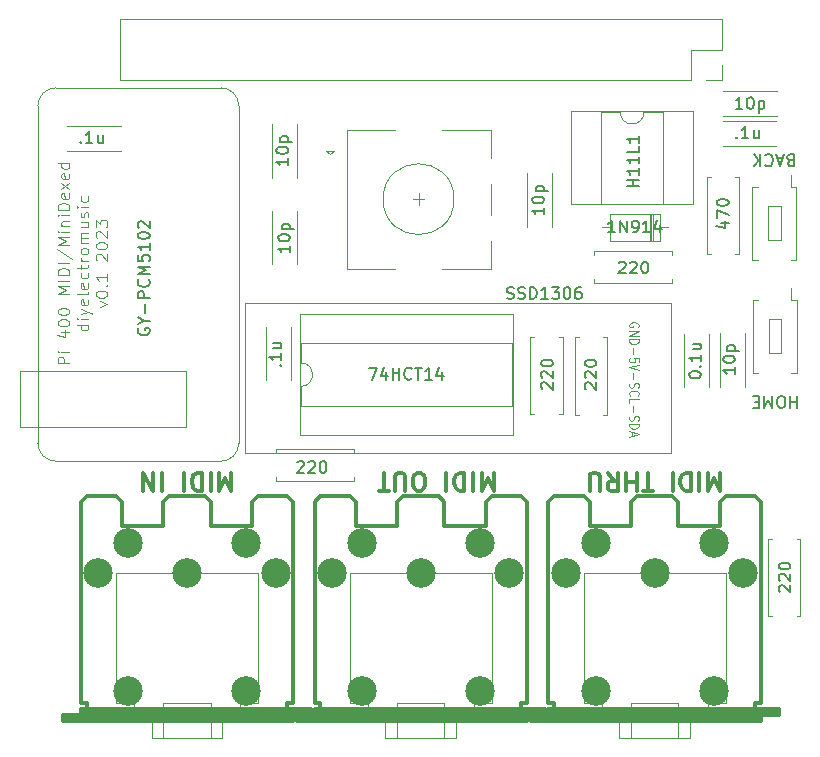
<source format=gto>
G04 #@! TF.GenerationSoftware,KiCad,Pcbnew,7.0.9*
G04 #@! TF.CreationDate,2023-11-29T14:02:09+00:00*
G04 #@! TF.ProjectId,RPi-400-MIDI-MiniDexed,5250692d-3430-4302-9d4d-4944492d4d69,rev?*
G04 #@! TF.SameCoordinates,Original*
G04 #@! TF.FileFunction,Legend,Top*
G04 #@! TF.FilePolarity,Positive*
%FSLAX46Y46*%
G04 Gerber Fmt 4.6, Leading zero omitted, Abs format (unit mm)*
G04 Created by KiCad (PCBNEW 7.0.9) date 2023-11-29 14:02:09*
%MOMM*%
%LPD*%
G01*
G04 APERTURE LIST*
%ADD10C,0.100000*%
%ADD11C,0.304800*%
%ADD12C,0.150000*%
%ADD13C,0.120000*%
%ADD14C,2.499360*%
G04 APERTURE END LIST*
D10*
X150905009Y-96969122D02*
X150943104Y-96902455D01*
X150943104Y-96902455D02*
X150943104Y-96802455D01*
X150943104Y-96802455D02*
X150905009Y-96702455D01*
X150905009Y-96702455D02*
X150828819Y-96635789D01*
X150828819Y-96635789D02*
X150752628Y-96602455D01*
X150752628Y-96602455D02*
X150600247Y-96569122D01*
X150600247Y-96569122D02*
X150485961Y-96569122D01*
X150485961Y-96569122D02*
X150333580Y-96602455D01*
X150333580Y-96602455D02*
X150257390Y-96635789D01*
X150257390Y-96635789D02*
X150181200Y-96702455D01*
X150181200Y-96702455D02*
X150143104Y-96802455D01*
X150143104Y-96802455D02*
X150143104Y-96869122D01*
X150143104Y-96869122D02*
X150181200Y-96969122D01*
X150181200Y-96969122D02*
X150219295Y-97002455D01*
X150219295Y-97002455D02*
X150485961Y-97002455D01*
X150485961Y-97002455D02*
X150485961Y-96869122D01*
X150143104Y-97302455D02*
X150943104Y-97302455D01*
X150943104Y-97302455D02*
X150143104Y-97702455D01*
X150143104Y-97702455D02*
X150943104Y-97702455D01*
X150143104Y-98035788D02*
X150943104Y-98035788D01*
X150943104Y-98035788D02*
X150943104Y-98202455D01*
X150943104Y-98202455D02*
X150905009Y-98302455D01*
X150905009Y-98302455D02*
X150828819Y-98369122D01*
X150828819Y-98369122D02*
X150752628Y-98402455D01*
X150752628Y-98402455D02*
X150600247Y-98435788D01*
X150600247Y-98435788D02*
X150485961Y-98435788D01*
X150485961Y-98435788D02*
X150333580Y-98402455D01*
X150333580Y-98402455D02*
X150257390Y-98369122D01*
X150257390Y-98369122D02*
X150181200Y-98302455D01*
X150181200Y-98302455D02*
X150143104Y-98202455D01*
X150143104Y-98202455D02*
X150143104Y-98035788D01*
X150447866Y-98735788D02*
X150447866Y-99269122D01*
X150943104Y-99935789D02*
X150943104Y-99602455D01*
X150943104Y-99602455D02*
X150562152Y-99569122D01*
X150562152Y-99569122D02*
X150600247Y-99602455D01*
X150600247Y-99602455D02*
X150638342Y-99669122D01*
X150638342Y-99669122D02*
X150638342Y-99835789D01*
X150638342Y-99835789D02*
X150600247Y-99902455D01*
X150600247Y-99902455D02*
X150562152Y-99935789D01*
X150562152Y-99935789D02*
X150485961Y-99969122D01*
X150485961Y-99969122D02*
X150295485Y-99969122D01*
X150295485Y-99969122D02*
X150219295Y-99935789D01*
X150219295Y-99935789D02*
X150181200Y-99902455D01*
X150181200Y-99902455D02*
X150143104Y-99835789D01*
X150143104Y-99835789D02*
X150143104Y-99669122D01*
X150143104Y-99669122D02*
X150181200Y-99602455D01*
X150181200Y-99602455D02*
X150219295Y-99569122D01*
X150943104Y-100169122D02*
X150143104Y-100402456D01*
X150143104Y-100402456D02*
X150943104Y-100635789D01*
X150447866Y-100869122D02*
X150447866Y-101402456D01*
X150181200Y-101702456D02*
X150143104Y-101802456D01*
X150143104Y-101802456D02*
X150143104Y-101969123D01*
X150143104Y-101969123D02*
X150181200Y-102035789D01*
X150181200Y-102035789D02*
X150219295Y-102069123D01*
X150219295Y-102069123D02*
X150295485Y-102102456D01*
X150295485Y-102102456D02*
X150371676Y-102102456D01*
X150371676Y-102102456D02*
X150447866Y-102069123D01*
X150447866Y-102069123D02*
X150485961Y-102035789D01*
X150485961Y-102035789D02*
X150524057Y-101969123D01*
X150524057Y-101969123D02*
X150562152Y-101835789D01*
X150562152Y-101835789D02*
X150600247Y-101769123D01*
X150600247Y-101769123D02*
X150638342Y-101735789D01*
X150638342Y-101735789D02*
X150714533Y-101702456D01*
X150714533Y-101702456D02*
X150790723Y-101702456D01*
X150790723Y-101702456D02*
X150866914Y-101735789D01*
X150866914Y-101735789D02*
X150905009Y-101769123D01*
X150905009Y-101769123D02*
X150943104Y-101835789D01*
X150943104Y-101835789D02*
X150943104Y-102002456D01*
X150943104Y-102002456D02*
X150905009Y-102102456D01*
X150219295Y-102802456D02*
X150181200Y-102769123D01*
X150181200Y-102769123D02*
X150143104Y-102669123D01*
X150143104Y-102669123D02*
X150143104Y-102602456D01*
X150143104Y-102602456D02*
X150181200Y-102502456D01*
X150181200Y-102502456D02*
X150257390Y-102435790D01*
X150257390Y-102435790D02*
X150333580Y-102402456D01*
X150333580Y-102402456D02*
X150485961Y-102369123D01*
X150485961Y-102369123D02*
X150600247Y-102369123D01*
X150600247Y-102369123D02*
X150752628Y-102402456D01*
X150752628Y-102402456D02*
X150828819Y-102435790D01*
X150828819Y-102435790D02*
X150905009Y-102502456D01*
X150905009Y-102502456D02*
X150943104Y-102602456D01*
X150943104Y-102602456D02*
X150943104Y-102669123D01*
X150943104Y-102669123D02*
X150905009Y-102769123D01*
X150905009Y-102769123D02*
X150866914Y-102802456D01*
X150143104Y-103435790D02*
X150143104Y-103102456D01*
X150143104Y-103102456D02*
X150943104Y-103102456D01*
X150447866Y-103669123D02*
X150447866Y-104202457D01*
X150181200Y-104502457D02*
X150143104Y-104602457D01*
X150143104Y-104602457D02*
X150143104Y-104769124D01*
X150143104Y-104769124D02*
X150181200Y-104835790D01*
X150181200Y-104835790D02*
X150219295Y-104869124D01*
X150219295Y-104869124D02*
X150295485Y-104902457D01*
X150295485Y-104902457D02*
X150371676Y-104902457D01*
X150371676Y-104902457D02*
X150447866Y-104869124D01*
X150447866Y-104869124D02*
X150485961Y-104835790D01*
X150485961Y-104835790D02*
X150524057Y-104769124D01*
X150524057Y-104769124D02*
X150562152Y-104635790D01*
X150562152Y-104635790D02*
X150600247Y-104569124D01*
X150600247Y-104569124D02*
X150638342Y-104535790D01*
X150638342Y-104535790D02*
X150714533Y-104502457D01*
X150714533Y-104502457D02*
X150790723Y-104502457D01*
X150790723Y-104502457D02*
X150866914Y-104535790D01*
X150866914Y-104535790D02*
X150905009Y-104569124D01*
X150905009Y-104569124D02*
X150943104Y-104635790D01*
X150943104Y-104635790D02*
X150943104Y-104802457D01*
X150943104Y-104802457D02*
X150905009Y-104902457D01*
X150143104Y-105202457D02*
X150943104Y-105202457D01*
X150943104Y-105202457D02*
X150943104Y-105369124D01*
X150943104Y-105369124D02*
X150905009Y-105469124D01*
X150905009Y-105469124D02*
X150828819Y-105535791D01*
X150828819Y-105535791D02*
X150752628Y-105569124D01*
X150752628Y-105569124D02*
X150600247Y-105602457D01*
X150600247Y-105602457D02*
X150485961Y-105602457D01*
X150485961Y-105602457D02*
X150333580Y-105569124D01*
X150333580Y-105569124D02*
X150257390Y-105535791D01*
X150257390Y-105535791D02*
X150181200Y-105469124D01*
X150181200Y-105469124D02*
X150143104Y-105369124D01*
X150143104Y-105369124D02*
X150143104Y-105202457D01*
X150371676Y-105869124D02*
X150371676Y-106202457D01*
X150143104Y-105802457D02*
X150943104Y-106035791D01*
X150943104Y-106035791D02*
X150143104Y-106269124D01*
X102742419Y-100056189D02*
X101742419Y-100056189D01*
X101742419Y-100056189D02*
X101742419Y-99675237D01*
X101742419Y-99675237D02*
X101790038Y-99579999D01*
X101790038Y-99579999D02*
X101837657Y-99532380D01*
X101837657Y-99532380D02*
X101932895Y-99484761D01*
X101932895Y-99484761D02*
X102075752Y-99484761D01*
X102075752Y-99484761D02*
X102170990Y-99532380D01*
X102170990Y-99532380D02*
X102218609Y-99579999D01*
X102218609Y-99579999D02*
X102266228Y-99675237D01*
X102266228Y-99675237D02*
X102266228Y-100056189D01*
X102742419Y-99056189D02*
X102075752Y-99056189D01*
X101742419Y-99056189D02*
X101790038Y-99103808D01*
X101790038Y-99103808D02*
X101837657Y-99056189D01*
X101837657Y-99056189D02*
X101790038Y-99008570D01*
X101790038Y-99008570D02*
X101742419Y-99056189D01*
X101742419Y-99056189D02*
X101837657Y-99056189D01*
X102075752Y-97389523D02*
X102742419Y-97389523D01*
X101694800Y-97627618D02*
X102409085Y-97865713D01*
X102409085Y-97865713D02*
X102409085Y-97246666D01*
X101742419Y-96675237D02*
X101742419Y-96579999D01*
X101742419Y-96579999D02*
X101790038Y-96484761D01*
X101790038Y-96484761D02*
X101837657Y-96437142D01*
X101837657Y-96437142D02*
X101932895Y-96389523D01*
X101932895Y-96389523D02*
X102123371Y-96341904D01*
X102123371Y-96341904D02*
X102361466Y-96341904D01*
X102361466Y-96341904D02*
X102551942Y-96389523D01*
X102551942Y-96389523D02*
X102647180Y-96437142D01*
X102647180Y-96437142D02*
X102694800Y-96484761D01*
X102694800Y-96484761D02*
X102742419Y-96579999D01*
X102742419Y-96579999D02*
X102742419Y-96675237D01*
X102742419Y-96675237D02*
X102694800Y-96770475D01*
X102694800Y-96770475D02*
X102647180Y-96818094D01*
X102647180Y-96818094D02*
X102551942Y-96865713D01*
X102551942Y-96865713D02*
X102361466Y-96913332D01*
X102361466Y-96913332D02*
X102123371Y-96913332D01*
X102123371Y-96913332D02*
X101932895Y-96865713D01*
X101932895Y-96865713D02*
X101837657Y-96818094D01*
X101837657Y-96818094D02*
X101790038Y-96770475D01*
X101790038Y-96770475D02*
X101742419Y-96675237D01*
X101742419Y-95722856D02*
X101742419Y-95627618D01*
X101742419Y-95627618D02*
X101790038Y-95532380D01*
X101790038Y-95532380D02*
X101837657Y-95484761D01*
X101837657Y-95484761D02*
X101932895Y-95437142D01*
X101932895Y-95437142D02*
X102123371Y-95389523D01*
X102123371Y-95389523D02*
X102361466Y-95389523D01*
X102361466Y-95389523D02*
X102551942Y-95437142D01*
X102551942Y-95437142D02*
X102647180Y-95484761D01*
X102647180Y-95484761D02*
X102694800Y-95532380D01*
X102694800Y-95532380D02*
X102742419Y-95627618D01*
X102742419Y-95627618D02*
X102742419Y-95722856D01*
X102742419Y-95722856D02*
X102694800Y-95818094D01*
X102694800Y-95818094D02*
X102647180Y-95865713D01*
X102647180Y-95865713D02*
X102551942Y-95913332D01*
X102551942Y-95913332D02*
X102361466Y-95960951D01*
X102361466Y-95960951D02*
X102123371Y-95960951D01*
X102123371Y-95960951D02*
X101932895Y-95913332D01*
X101932895Y-95913332D02*
X101837657Y-95865713D01*
X101837657Y-95865713D02*
X101790038Y-95818094D01*
X101790038Y-95818094D02*
X101742419Y-95722856D01*
X102742419Y-94199046D02*
X101742419Y-94199046D01*
X101742419Y-94199046D02*
X102456704Y-93865713D01*
X102456704Y-93865713D02*
X101742419Y-93532380D01*
X101742419Y-93532380D02*
X102742419Y-93532380D01*
X102742419Y-93056189D02*
X101742419Y-93056189D01*
X102742419Y-92579999D02*
X101742419Y-92579999D01*
X101742419Y-92579999D02*
X101742419Y-92341904D01*
X101742419Y-92341904D02*
X101790038Y-92199047D01*
X101790038Y-92199047D02*
X101885276Y-92103809D01*
X101885276Y-92103809D02*
X101980514Y-92056190D01*
X101980514Y-92056190D02*
X102170990Y-92008571D01*
X102170990Y-92008571D02*
X102313847Y-92008571D01*
X102313847Y-92008571D02*
X102504323Y-92056190D01*
X102504323Y-92056190D02*
X102599561Y-92103809D01*
X102599561Y-92103809D02*
X102694800Y-92199047D01*
X102694800Y-92199047D02*
X102742419Y-92341904D01*
X102742419Y-92341904D02*
X102742419Y-92579999D01*
X102742419Y-91579999D02*
X101742419Y-91579999D01*
X101694800Y-90389524D02*
X102980514Y-91246666D01*
X102742419Y-90056190D02*
X101742419Y-90056190D01*
X101742419Y-90056190D02*
X102456704Y-89722857D01*
X102456704Y-89722857D02*
X101742419Y-89389524D01*
X101742419Y-89389524D02*
X102742419Y-89389524D01*
X102742419Y-88913333D02*
X102075752Y-88913333D01*
X101742419Y-88913333D02*
X101790038Y-88960952D01*
X101790038Y-88960952D02*
X101837657Y-88913333D01*
X101837657Y-88913333D02*
X101790038Y-88865714D01*
X101790038Y-88865714D02*
X101742419Y-88913333D01*
X101742419Y-88913333D02*
X101837657Y-88913333D01*
X102075752Y-88437143D02*
X102742419Y-88437143D01*
X102170990Y-88437143D02*
X102123371Y-88389524D01*
X102123371Y-88389524D02*
X102075752Y-88294286D01*
X102075752Y-88294286D02*
X102075752Y-88151429D01*
X102075752Y-88151429D02*
X102123371Y-88056191D01*
X102123371Y-88056191D02*
X102218609Y-88008572D01*
X102218609Y-88008572D02*
X102742419Y-88008572D01*
X102742419Y-87532381D02*
X102075752Y-87532381D01*
X101742419Y-87532381D02*
X101790038Y-87580000D01*
X101790038Y-87580000D02*
X101837657Y-87532381D01*
X101837657Y-87532381D02*
X101790038Y-87484762D01*
X101790038Y-87484762D02*
X101742419Y-87532381D01*
X101742419Y-87532381D02*
X101837657Y-87532381D01*
X102742419Y-87056191D02*
X101742419Y-87056191D01*
X101742419Y-87056191D02*
X101742419Y-86818096D01*
X101742419Y-86818096D02*
X101790038Y-86675239D01*
X101790038Y-86675239D02*
X101885276Y-86580001D01*
X101885276Y-86580001D02*
X101980514Y-86532382D01*
X101980514Y-86532382D02*
X102170990Y-86484763D01*
X102170990Y-86484763D02*
X102313847Y-86484763D01*
X102313847Y-86484763D02*
X102504323Y-86532382D01*
X102504323Y-86532382D02*
X102599561Y-86580001D01*
X102599561Y-86580001D02*
X102694800Y-86675239D01*
X102694800Y-86675239D02*
X102742419Y-86818096D01*
X102742419Y-86818096D02*
X102742419Y-87056191D01*
X102694800Y-85675239D02*
X102742419Y-85770477D01*
X102742419Y-85770477D02*
X102742419Y-85960953D01*
X102742419Y-85960953D02*
X102694800Y-86056191D01*
X102694800Y-86056191D02*
X102599561Y-86103810D01*
X102599561Y-86103810D02*
X102218609Y-86103810D01*
X102218609Y-86103810D02*
X102123371Y-86056191D01*
X102123371Y-86056191D02*
X102075752Y-85960953D01*
X102075752Y-85960953D02*
X102075752Y-85770477D01*
X102075752Y-85770477D02*
X102123371Y-85675239D01*
X102123371Y-85675239D02*
X102218609Y-85627620D01*
X102218609Y-85627620D02*
X102313847Y-85627620D01*
X102313847Y-85627620D02*
X102409085Y-86103810D01*
X102742419Y-85294286D02*
X102075752Y-84770477D01*
X102075752Y-85294286D02*
X102742419Y-84770477D01*
X102694800Y-84008572D02*
X102742419Y-84103810D01*
X102742419Y-84103810D02*
X102742419Y-84294286D01*
X102742419Y-84294286D02*
X102694800Y-84389524D01*
X102694800Y-84389524D02*
X102599561Y-84437143D01*
X102599561Y-84437143D02*
X102218609Y-84437143D01*
X102218609Y-84437143D02*
X102123371Y-84389524D01*
X102123371Y-84389524D02*
X102075752Y-84294286D01*
X102075752Y-84294286D02*
X102075752Y-84103810D01*
X102075752Y-84103810D02*
X102123371Y-84008572D01*
X102123371Y-84008572D02*
X102218609Y-83960953D01*
X102218609Y-83960953D02*
X102313847Y-83960953D01*
X102313847Y-83960953D02*
X102409085Y-84437143D01*
X102742419Y-83103810D02*
X101742419Y-83103810D01*
X102694800Y-83103810D02*
X102742419Y-83199048D01*
X102742419Y-83199048D02*
X102742419Y-83389524D01*
X102742419Y-83389524D02*
X102694800Y-83484762D01*
X102694800Y-83484762D02*
X102647180Y-83532381D01*
X102647180Y-83532381D02*
X102551942Y-83580000D01*
X102551942Y-83580000D02*
X102266228Y-83580000D01*
X102266228Y-83580000D02*
X102170990Y-83532381D01*
X102170990Y-83532381D02*
X102123371Y-83484762D01*
X102123371Y-83484762D02*
X102075752Y-83389524D01*
X102075752Y-83389524D02*
X102075752Y-83199048D01*
X102075752Y-83199048D02*
X102123371Y-83103810D01*
X104352419Y-96770476D02*
X103352419Y-96770476D01*
X104304800Y-96770476D02*
X104352419Y-96865714D01*
X104352419Y-96865714D02*
X104352419Y-97056190D01*
X104352419Y-97056190D02*
X104304800Y-97151428D01*
X104304800Y-97151428D02*
X104257180Y-97199047D01*
X104257180Y-97199047D02*
X104161942Y-97246666D01*
X104161942Y-97246666D02*
X103876228Y-97246666D01*
X103876228Y-97246666D02*
X103780990Y-97199047D01*
X103780990Y-97199047D02*
X103733371Y-97151428D01*
X103733371Y-97151428D02*
X103685752Y-97056190D01*
X103685752Y-97056190D02*
X103685752Y-96865714D01*
X103685752Y-96865714D02*
X103733371Y-96770476D01*
X104352419Y-96294285D02*
X103685752Y-96294285D01*
X103352419Y-96294285D02*
X103400038Y-96341904D01*
X103400038Y-96341904D02*
X103447657Y-96294285D01*
X103447657Y-96294285D02*
X103400038Y-96246666D01*
X103400038Y-96246666D02*
X103352419Y-96294285D01*
X103352419Y-96294285D02*
X103447657Y-96294285D01*
X103685752Y-95913333D02*
X104352419Y-95675238D01*
X103685752Y-95437143D02*
X104352419Y-95675238D01*
X104352419Y-95675238D02*
X104590514Y-95770476D01*
X104590514Y-95770476D02*
X104638133Y-95818095D01*
X104638133Y-95818095D02*
X104685752Y-95913333D01*
X104304800Y-94675238D02*
X104352419Y-94770476D01*
X104352419Y-94770476D02*
X104352419Y-94960952D01*
X104352419Y-94960952D02*
X104304800Y-95056190D01*
X104304800Y-95056190D02*
X104209561Y-95103809D01*
X104209561Y-95103809D02*
X103828609Y-95103809D01*
X103828609Y-95103809D02*
X103733371Y-95056190D01*
X103733371Y-95056190D02*
X103685752Y-94960952D01*
X103685752Y-94960952D02*
X103685752Y-94770476D01*
X103685752Y-94770476D02*
X103733371Y-94675238D01*
X103733371Y-94675238D02*
X103828609Y-94627619D01*
X103828609Y-94627619D02*
X103923847Y-94627619D01*
X103923847Y-94627619D02*
X104019085Y-95103809D01*
X104352419Y-94056190D02*
X104304800Y-94151428D01*
X104304800Y-94151428D02*
X104209561Y-94199047D01*
X104209561Y-94199047D02*
X103352419Y-94199047D01*
X104304800Y-93294285D02*
X104352419Y-93389523D01*
X104352419Y-93389523D02*
X104352419Y-93579999D01*
X104352419Y-93579999D02*
X104304800Y-93675237D01*
X104304800Y-93675237D02*
X104209561Y-93722856D01*
X104209561Y-93722856D02*
X103828609Y-93722856D01*
X103828609Y-93722856D02*
X103733371Y-93675237D01*
X103733371Y-93675237D02*
X103685752Y-93579999D01*
X103685752Y-93579999D02*
X103685752Y-93389523D01*
X103685752Y-93389523D02*
X103733371Y-93294285D01*
X103733371Y-93294285D02*
X103828609Y-93246666D01*
X103828609Y-93246666D02*
X103923847Y-93246666D01*
X103923847Y-93246666D02*
X104019085Y-93722856D01*
X104304800Y-92389523D02*
X104352419Y-92484761D01*
X104352419Y-92484761D02*
X104352419Y-92675237D01*
X104352419Y-92675237D02*
X104304800Y-92770475D01*
X104304800Y-92770475D02*
X104257180Y-92818094D01*
X104257180Y-92818094D02*
X104161942Y-92865713D01*
X104161942Y-92865713D02*
X103876228Y-92865713D01*
X103876228Y-92865713D02*
X103780990Y-92818094D01*
X103780990Y-92818094D02*
X103733371Y-92770475D01*
X103733371Y-92770475D02*
X103685752Y-92675237D01*
X103685752Y-92675237D02*
X103685752Y-92484761D01*
X103685752Y-92484761D02*
X103733371Y-92389523D01*
X103685752Y-92103808D02*
X103685752Y-91722856D01*
X103352419Y-91960951D02*
X104209561Y-91960951D01*
X104209561Y-91960951D02*
X104304800Y-91913332D01*
X104304800Y-91913332D02*
X104352419Y-91818094D01*
X104352419Y-91818094D02*
X104352419Y-91722856D01*
X104352419Y-91389522D02*
X103685752Y-91389522D01*
X103876228Y-91389522D02*
X103780990Y-91341903D01*
X103780990Y-91341903D02*
X103733371Y-91294284D01*
X103733371Y-91294284D02*
X103685752Y-91199046D01*
X103685752Y-91199046D02*
X103685752Y-91103808D01*
X104352419Y-90627617D02*
X104304800Y-90722855D01*
X104304800Y-90722855D02*
X104257180Y-90770474D01*
X104257180Y-90770474D02*
X104161942Y-90818093D01*
X104161942Y-90818093D02*
X103876228Y-90818093D01*
X103876228Y-90818093D02*
X103780990Y-90770474D01*
X103780990Y-90770474D02*
X103733371Y-90722855D01*
X103733371Y-90722855D02*
X103685752Y-90627617D01*
X103685752Y-90627617D02*
X103685752Y-90484760D01*
X103685752Y-90484760D02*
X103733371Y-90389522D01*
X103733371Y-90389522D02*
X103780990Y-90341903D01*
X103780990Y-90341903D02*
X103876228Y-90294284D01*
X103876228Y-90294284D02*
X104161942Y-90294284D01*
X104161942Y-90294284D02*
X104257180Y-90341903D01*
X104257180Y-90341903D02*
X104304800Y-90389522D01*
X104304800Y-90389522D02*
X104352419Y-90484760D01*
X104352419Y-90484760D02*
X104352419Y-90627617D01*
X104352419Y-89865712D02*
X103685752Y-89865712D01*
X103780990Y-89865712D02*
X103733371Y-89818093D01*
X103733371Y-89818093D02*
X103685752Y-89722855D01*
X103685752Y-89722855D02*
X103685752Y-89579998D01*
X103685752Y-89579998D02*
X103733371Y-89484760D01*
X103733371Y-89484760D02*
X103828609Y-89437141D01*
X103828609Y-89437141D02*
X104352419Y-89437141D01*
X103828609Y-89437141D02*
X103733371Y-89389522D01*
X103733371Y-89389522D02*
X103685752Y-89294284D01*
X103685752Y-89294284D02*
X103685752Y-89151427D01*
X103685752Y-89151427D02*
X103733371Y-89056188D01*
X103733371Y-89056188D02*
X103828609Y-89008569D01*
X103828609Y-89008569D02*
X104352419Y-89008569D01*
X103685752Y-88103808D02*
X104352419Y-88103808D01*
X103685752Y-88532379D02*
X104209561Y-88532379D01*
X104209561Y-88532379D02*
X104304800Y-88484760D01*
X104304800Y-88484760D02*
X104352419Y-88389522D01*
X104352419Y-88389522D02*
X104352419Y-88246665D01*
X104352419Y-88246665D02*
X104304800Y-88151427D01*
X104304800Y-88151427D02*
X104257180Y-88103808D01*
X104304800Y-87675236D02*
X104352419Y-87579998D01*
X104352419Y-87579998D02*
X104352419Y-87389522D01*
X104352419Y-87389522D02*
X104304800Y-87294284D01*
X104304800Y-87294284D02*
X104209561Y-87246665D01*
X104209561Y-87246665D02*
X104161942Y-87246665D01*
X104161942Y-87246665D02*
X104066704Y-87294284D01*
X104066704Y-87294284D02*
X104019085Y-87389522D01*
X104019085Y-87389522D02*
X104019085Y-87532379D01*
X104019085Y-87532379D02*
X103971466Y-87627617D01*
X103971466Y-87627617D02*
X103876228Y-87675236D01*
X103876228Y-87675236D02*
X103828609Y-87675236D01*
X103828609Y-87675236D02*
X103733371Y-87627617D01*
X103733371Y-87627617D02*
X103685752Y-87532379D01*
X103685752Y-87532379D02*
X103685752Y-87389522D01*
X103685752Y-87389522D02*
X103733371Y-87294284D01*
X104352419Y-86818093D02*
X103685752Y-86818093D01*
X103352419Y-86818093D02*
X103400038Y-86865712D01*
X103400038Y-86865712D02*
X103447657Y-86818093D01*
X103447657Y-86818093D02*
X103400038Y-86770474D01*
X103400038Y-86770474D02*
X103352419Y-86818093D01*
X103352419Y-86818093D02*
X103447657Y-86818093D01*
X104304800Y-85913332D02*
X104352419Y-86008570D01*
X104352419Y-86008570D02*
X104352419Y-86199046D01*
X104352419Y-86199046D02*
X104304800Y-86294284D01*
X104304800Y-86294284D02*
X104257180Y-86341903D01*
X104257180Y-86341903D02*
X104161942Y-86389522D01*
X104161942Y-86389522D02*
X103876228Y-86389522D01*
X103876228Y-86389522D02*
X103780990Y-86341903D01*
X103780990Y-86341903D02*
X103733371Y-86294284D01*
X103733371Y-86294284D02*
X103685752Y-86199046D01*
X103685752Y-86199046D02*
X103685752Y-86008570D01*
X103685752Y-86008570D02*
X103733371Y-85913332D01*
X105295752Y-95294285D02*
X105962419Y-95056190D01*
X105962419Y-95056190D02*
X105295752Y-94818095D01*
X104962419Y-94246666D02*
X104962419Y-94151428D01*
X104962419Y-94151428D02*
X105010038Y-94056190D01*
X105010038Y-94056190D02*
X105057657Y-94008571D01*
X105057657Y-94008571D02*
X105152895Y-93960952D01*
X105152895Y-93960952D02*
X105343371Y-93913333D01*
X105343371Y-93913333D02*
X105581466Y-93913333D01*
X105581466Y-93913333D02*
X105771942Y-93960952D01*
X105771942Y-93960952D02*
X105867180Y-94008571D01*
X105867180Y-94008571D02*
X105914800Y-94056190D01*
X105914800Y-94056190D02*
X105962419Y-94151428D01*
X105962419Y-94151428D02*
X105962419Y-94246666D01*
X105962419Y-94246666D02*
X105914800Y-94341904D01*
X105914800Y-94341904D02*
X105867180Y-94389523D01*
X105867180Y-94389523D02*
X105771942Y-94437142D01*
X105771942Y-94437142D02*
X105581466Y-94484761D01*
X105581466Y-94484761D02*
X105343371Y-94484761D01*
X105343371Y-94484761D02*
X105152895Y-94437142D01*
X105152895Y-94437142D02*
X105057657Y-94389523D01*
X105057657Y-94389523D02*
X105010038Y-94341904D01*
X105010038Y-94341904D02*
X104962419Y-94246666D01*
X105867180Y-93484761D02*
X105914800Y-93437142D01*
X105914800Y-93437142D02*
X105962419Y-93484761D01*
X105962419Y-93484761D02*
X105914800Y-93532380D01*
X105914800Y-93532380D02*
X105867180Y-93484761D01*
X105867180Y-93484761D02*
X105962419Y-93484761D01*
X105962419Y-92484762D02*
X105962419Y-93056190D01*
X105962419Y-92770476D02*
X104962419Y-92770476D01*
X104962419Y-92770476D02*
X105105276Y-92865714D01*
X105105276Y-92865714D02*
X105200514Y-92960952D01*
X105200514Y-92960952D02*
X105248133Y-93056190D01*
X105057657Y-91341904D02*
X105010038Y-91294285D01*
X105010038Y-91294285D02*
X104962419Y-91199047D01*
X104962419Y-91199047D02*
X104962419Y-90960952D01*
X104962419Y-90960952D02*
X105010038Y-90865714D01*
X105010038Y-90865714D02*
X105057657Y-90818095D01*
X105057657Y-90818095D02*
X105152895Y-90770476D01*
X105152895Y-90770476D02*
X105248133Y-90770476D01*
X105248133Y-90770476D02*
X105390990Y-90818095D01*
X105390990Y-90818095D02*
X105962419Y-91389523D01*
X105962419Y-91389523D02*
X105962419Y-90770476D01*
X104962419Y-90151428D02*
X104962419Y-90056190D01*
X104962419Y-90056190D02*
X105010038Y-89960952D01*
X105010038Y-89960952D02*
X105057657Y-89913333D01*
X105057657Y-89913333D02*
X105152895Y-89865714D01*
X105152895Y-89865714D02*
X105343371Y-89818095D01*
X105343371Y-89818095D02*
X105581466Y-89818095D01*
X105581466Y-89818095D02*
X105771942Y-89865714D01*
X105771942Y-89865714D02*
X105867180Y-89913333D01*
X105867180Y-89913333D02*
X105914800Y-89960952D01*
X105914800Y-89960952D02*
X105962419Y-90056190D01*
X105962419Y-90056190D02*
X105962419Y-90151428D01*
X105962419Y-90151428D02*
X105914800Y-90246666D01*
X105914800Y-90246666D02*
X105867180Y-90294285D01*
X105867180Y-90294285D02*
X105771942Y-90341904D01*
X105771942Y-90341904D02*
X105581466Y-90389523D01*
X105581466Y-90389523D02*
X105343371Y-90389523D01*
X105343371Y-90389523D02*
X105152895Y-90341904D01*
X105152895Y-90341904D02*
X105057657Y-90294285D01*
X105057657Y-90294285D02*
X105010038Y-90246666D01*
X105010038Y-90246666D02*
X104962419Y-90151428D01*
X105057657Y-89437142D02*
X105010038Y-89389523D01*
X105010038Y-89389523D02*
X104962419Y-89294285D01*
X104962419Y-89294285D02*
X104962419Y-89056190D01*
X104962419Y-89056190D02*
X105010038Y-88960952D01*
X105010038Y-88960952D02*
X105057657Y-88913333D01*
X105057657Y-88913333D02*
X105152895Y-88865714D01*
X105152895Y-88865714D02*
X105248133Y-88865714D01*
X105248133Y-88865714D02*
X105390990Y-88913333D01*
X105390990Y-88913333D02*
X105962419Y-89484761D01*
X105962419Y-89484761D02*
X105962419Y-88865714D01*
X104962419Y-88532380D02*
X104962419Y-87913333D01*
X104962419Y-87913333D02*
X105343371Y-88246666D01*
X105343371Y-88246666D02*
X105343371Y-88103809D01*
X105343371Y-88103809D02*
X105390990Y-88008571D01*
X105390990Y-88008571D02*
X105438609Y-87960952D01*
X105438609Y-87960952D02*
X105533847Y-87913333D01*
X105533847Y-87913333D02*
X105771942Y-87913333D01*
X105771942Y-87913333D02*
X105867180Y-87960952D01*
X105867180Y-87960952D02*
X105914800Y-88008571D01*
X105914800Y-88008571D02*
X105962419Y-88103809D01*
X105962419Y-88103809D02*
X105962419Y-88389523D01*
X105962419Y-88389523D02*
X105914800Y-88484761D01*
X105914800Y-88484761D02*
X105867180Y-88532380D01*
D11*
X157815427Y-109310818D02*
X157815427Y-110834818D01*
X157815427Y-110834818D02*
X157307427Y-109746247D01*
X157307427Y-109746247D02*
X156799427Y-110834818D01*
X156799427Y-110834818D02*
X156799427Y-109310818D01*
X156073713Y-109310818D02*
X156073713Y-110834818D01*
X155347999Y-109310818D02*
X155347999Y-110834818D01*
X155347999Y-110834818D02*
X154985142Y-110834818D01*
X154985142Y-110834818D02*
X154767428Y-110762247D01*
X154767428Y-110762247D02*
X154622285Y-110617104D01*
X154622285Y-110617104D02*
X154549714Y-110471961D01*
X154549714Y-110471961D02*
X154477142Y-110181675D01*
X154477142Y-110181675D02*
X154477142Y-109963961D01*
X154477142Y-109963961D02*
X154549714Y-109673675D01*
X154549714Y-109673675D02*
X154622285Y-109528532D01*
X154622285Y-109528532D02*
X154767428Y-109383390D01*
X154767428Y-109383390D02*
X154985142Y-109310818D01*
X154985142Y-109310818D02*
X155347999Y-109310818D01*
X153823999Y-109310818D02*
X153823999Y-110834818D01*
X152154857Y-110834818D02*
X151284000Y-110834818D01*
X151719428Y-109310818D02*
X151719428Y-110834818D01*
X150775999Y-109310818D02*
X150775999Y-110834818D01*
X150775999Y-110109104D02*
X149905142Y-110109104D01*
X149905142Y-109310818D02*
X149905142Y-110834818D01*
X148308571Y-109310818D02*
X148816571Y-110036532D01*
X149179428Y-109310818D02*
X149179428Y-110834818D01*
X149179428Y-110834818D02*
X148598857Y-110834818D01*
X148598857Y-110834818D02*
X148453714Y-110762247D01*
X148453714Y-110762247D02*
X148381143Y-110689675D01*
X148381143Y-110689675D02*
X148308571Y-110544532D01*
X148308571Y-110544532D02*
X148308571Y-110326818D01*
X148308571Y-110326818D02*
X148381143Y-110181675D01*
X148381143Y-110181675D02*
X148453714Y-110109104D01*
X148453714Y-110109104D02*
X148598857Y-110036532D01*
X148598857Y-110036532D02*
X149179428Y-110036532D01*
X147655428Y-110834818D02*
X147655428Y-109601104D01*
X147655428Y-109601104D02*
X147582857Y-109455961D01*
X147582857Y-109455961D02*
X147510286Y-109383390D01*
X147510286Y-109383390D02*
X147365143Y-109310818D01*
X147365143Y-109310818D02*
X147074857Y-109310818D01*
X147074857Y-109310818D02*
X146929714Y-109383390D01*
X146929714Y-109383390D02*
X146857143Y-109455961D01*
X146857143Y-109455961D02*
X146784571Y-109601104D01*
X146784571Y-109601104D02*
X146784571Y-110834818D01*
X138653427Y-109310818D02*
X138653427Y-110834818D01*
X138653427Y-110834818D02*
X138145427Y-109746247D01*
X138145427Y-109746247D02*
X137637427Y-110834818D01*
X137637427Y-110834818D02*
X137637427Y-109310818D01*
X136911713Y-109310818D02*
X136911713Y-110834818D01*
X136185999Y-109310818D02*
X136185999Y-110834818D01*
X136185999Y-110834818D02*
X135823142Y-110834818D01*
X135823142Y-110834818D02*
X135605428Y-110762247D01*
X135605428Y-110762247D02*
X135460285Y-110617104D01*
X135460285Y-110617104D02*
X135387714Y-110471961D01*
X135387714Y-110471961D02*
X135315142Y-110181675D01*
X135315142Y-110181675D02*
X135315142Y-109963961D01*
X135315142Y-109963961D02*
X135387714Y-109673675D01*
X135387714Y-109673675D02*
X135460285Y-109528532D01*
X135460285Y-109528532D02*
X135605428Y-109383390D01*
X135605428Y-109383390D02*
X135823142Y-109310818D01*
X135823142Y-109310818D02*
X136185999Y-109310818D01*
X134661999Y-109310818D02*
X134661999Y-110834818D01*
X132484857Y-110834818D02*
X132194571Y-110834818D01*
X132194571Y-110834818D02*
X132049428Y-110762247D01*
X132049428Y-110762247D02*
X131904285Y-110617104D01*
X131904285Y-110617104D02*
X131831714Y-110326818D01*
X131831714Y-110326818D02*
X131831714Y-109818818D01*
X131831714Y-109818818D02*
X131904285Y-109528532D01*
X131904285Y-109528532D02*
X132049428Y-109383390D01*
X132049428Y-109383390D02*
X132194571Y-109310818D01*
X132194571Y-109310818D02*
X132484857Y-109310818D01*
X132484857Y-109310818D02*
X132630000Y-109383390D01*
X132630000Y-109383390D02*
X132775142Y-109528532D01*
X132775142Y-109528532D02*
X132847714Y-109818818D01*
X132847714Y-109818818D02*
X132847714Y-110326818D01*
X132847714Y-110326818D02*
X132775142Y-110617104D01*
X132775142Y-110617104D02*
X132630000Y-110762247D01*
X132630000Y-110762247D02*
X132484857Y-110834818D01*
X131178571Y-110834818D02*
X131178571Y-109601104D01*
X131178571Y-109601104D02*
X131106000Y-109455961D01*
X131106000Y-109455961D02*
X131033429Y-109383390D01*
X131033429Y-109383390D02*
X130888286Y-109310818D01*
X130888286Y-109310818D02*
X130598000Y-109310818D01*
X130598000Y-109310818D02*
X130452857Y-109383390D01*
X130452857Y-109383390D02*
X130380286Y-109455961D01*
X130380286Y-109455961D02*
X130307714Y-109601104D01*
X130307714Y-109601104D02*
X130307714Y-110834818D01*
X129799715Y-110834818D02*
X128928858Y-110834818D01*
X129364286Y-109310818D02*
X129364286Y-110834818D01*
D12*
X121414819Y-90092857D02*
X121414819Y-90664285D01*
X121414819Y-90378571D02*
X120414819Y-90378571D01*
X120414819Y-90378571D02*
X120557676Y-90473809D01*
X120557676Y-90473809D02*
X120652914Y-90569047D01*
X120652914Y-90569047D02*
X120700533Y-90664285D01*
X120414819Y-89473809D02*
X120414819Y-89378571D01*
X120414819Y-89378571D02*
X120462438Y-89283333D01*
X120462438Y-89283333D02*
X120510057Y-89235714D01*
X120510057Y-89235714D02*
X120605295Y-89188095D01*
X120605295Y-89188095D02*
X120795771Y-89140476D01*
X120795771Y-89140476D02*
X121033866Y-89140476D01*
X121033866Y-89140476D02*
X121224342Y-89188095D01*
X121224342Y-89188095D02*
X121319580Y-89235714D01*
X121319580Y-89235714D02*
X121367200Y-89283333D01*
X121367200Y-89283333D02*
X121414819Y-89378571D01*
X121414819Y-89378571D02*
X121414819Y-89473809D01*
X121414819Y-89473809D02*
X121367200Y-89569047D01*
X121367200Y-89569047D02*
X121319580Y-89616666D01*
X121319580Y-89616666D02*
X121224342Y-89664285D01*
X121224342Y-89664285D02*
X121033866Y-89711904D01*
X121033866Y-89711904D02*
X120795771Y-89711904D01*
X120795771Y-89711904D02*
X120605295Y-89664285D01*
X120605295Y-89664285D02*
X120510057Y-89616666D01*
X120510057Y-89616666D02*
X120462438Y-89569047D01*
X120462438Y-89569047D02*
X120414819Y-89473809D01*
X120748152Y-88711904D02*
X121748152Y-88711904D01*
X120795771Y-88711904D02*
X120748152Y-88616666D01*
X120748152Y-88616666D02*
X120748152Y-88426190D01*
X120748152Y-88426190D02*
X120795771Y-88330952D01*
X120795771Y-88330952D02*
X120843390Y-88283333D01*
X120843390Y-88283333D02*
X120938628Y-88235714D01*
X120938628Y-88235714D02*
X121224342Y-88235714D01*
X121224342Y-88235714D02*
X121319580Y-88283333D01*
X121319580Y-88283333D02*
X121367200Y-88330952D01*
X121367200Y-88330952D02*
X121414819Y-88426190D01*
X121414819Y-88426190D02*
X121414819Y-88616666D01*
X121414819Y-88616666D02*
X121367200Y-88711904D01*
X149271905Y-91530057D02*
X149319524Y-91482438D01*
X149319524Y-91482438D02*
X149414762Y-91434819D01*
X149414762Y-91434819D02*
X149652857Y-91434819D01*
X149652857Y-91434819D02*
X149748095Y-91482438D01*
X149748095Y-91482438D02*
X149795714Y-91530057D01*
X149795714Y-91530057D02*
X149843333Y-91625295D01*
X149843333Y-91625295D02*
X149843333Y-91720533D01*
X149843333Y-91720533D02*
X149795714Y-91863390D01*
X149795714Y-91863390D02*
X149224286Y-92434819D01*
X149224286Y-92434819D02*
X149843333Y-92434819D01*
X150224286Y-91530057D02*
X150271905Y-91482438D01*
X150271905Y-91482438D02*
X150367143Y-91434819D01*
X150367143Y-91434819D02*
X150605238Y-91434819D01*
X150605238Y-91434819D02*
X150700476Y-91482438D01*
X150700476Y-91482438D02*
X150748095Y-91530057D01*
X150748095Y-91530057D02*
X150795714Y-91625295D01*
X150795714Y-91625295D02*
X150795714Y-91720533D01*
X150795714Y-91720533D02*
X150748095Y-91863390D01*
X150748095Y-91863390D02*
X150176667Y-92434819D01*
X150176667Y-92434819D02*
X150795714Y-92434819D01*
X151414762Y-91434819D02*
X151510000Y-91434819D01*
X151510000Y-91434819D02*
X151605238Y-91482438D01*
X151605238Y-91482438D02*
X151652857Y-91530057D01*
X151652857Y-91530057D02*
X151700476Y-91625295D01*
X151700476Y-91625295D02*
X151748095Y-91815771D01*
X151748095Y-91815771D02*
X151748095Y-92053866D01*
X151748095Y-92053866D02*
X151700476Y-92244342D01*
X151700476Y-92244342D02*
X151652857Y-92339580D01*
X151652857Y-92339580D02*
X151605238Y-92387200D01*
X151605238Y-92387200D02*
X151510000Y-92434819D01*
X151510000Y-92434819D02*
X151414762Y-92434819D01*
X151414762Y-92434819D02*
X151319524Y-92387200D01*
X151319524Y-92387200D02*
X151271905Y-92339580D01*
X151271905Y-92339580D02*
X151224286Y-92244342D01*
X151224286Y-92244342D02*
X151176667Y-92053866D01*
X151176667Y-92053866D02*
X151176667Y-91815771D01*
X151176667Y-91815771D02*
X151224286Y-91625295D01*
X151224286Y-91625295D02*
X151271905Y-91530057D01*
X151271905Y-91530057D02*
X151319524Y-91482438D01*
X151319524Y-91482438D02*
X151414762Y-91434819D01*
X122021905Y-108440057D02*
X122069524Y-108392438D01*
X122069524Y-108392438D02*
X122164762Y-108344819D01*
X122164762Y-108344819D02*
X122402857Y-108344819D01*
X122402857Y-108344819D02*
X122498095Y-108392438D01*
X122498095Y-108392438D02*
X122545714Y-108440057D01*
X122545714Y-108440057D02*
X122593333Y-108535295D01*
X122593333Y-108535295D02*
X122593333Y-108630533D01*
X122593333Y-108630533D02*
X122545714Y-108773390D01*
X122545714Y-108773390D02*
X121974286Y-109344819D01*
X121974286Y-109344819D02*
X122593333Y-109344819D01*
X122974286Y-108440057D02*
X123021905Y-108392438D01*
X123021905Y-108392438D02*
X123117143Y-108344819D01*
X123117143Y-108344819D02*
X123355238Y-108344819D01*
X123355238Y-108344819D02*
X123450476Y-108392438D01*
X123450476Y-108392438D02*
X123498095Y-108440057D01*
X123498095Y-108440057D02*
X123545714Y-108535295D01*
X123545714Y-108535295D02*
X123545714Y-108630533D01*
X123545714Y-108630533D02*
X123498095Y-108773390D01*
X123498095Y-108773390D02*
X122926667Y-109344819D01*
X122926667Y-109344819D02*
X123545714Y-109344819D01*
X124164762Y-108344819D02*
X124260000Y-108344819D01*
X124260000Y-108344819D02*
X124355238Y-108392438D01*
X124355238Y-108392438D02*
X124402857Y-108440057D01*
X124402857Y-108440057D02*
X124450476Y-108535295D01*
X124450476Y-108535295D02*
X124498095Y-108725771D01*
X124498095Y-108725771D02*
X124498095Y-108963866D01*
X124498095Y-108963866D02*
X124450476Y-109154342D01*
X124450476Y-109154342D02*
X124402857Y-109249580D01*
X124402857Y-109249580D02*
X124355238Y-109297200D01*
X124355238Y-109297200D02*
X124260000Y-109344819D01*
X124260000Y-109344819D02*
X124164762Y-109344819D01*
X124164762Y-109344819D02*
X124069524Y-109297200D01*
X124069524Y-109297200D02*
X124021905Y-109249580D01*
X124021905Y-109249580D02*
X123974286Y-109154342D01*
X123974286Y-109154342D02*
X123926667Y-108963866D01*
X123926667Y-108963866D02*
X123926667Y-108725771D01*
X123926667Y-108725771D02*
X123974286Y-108535295D01*
X123974286Y-108535295D02*
X124021905Y-108440057D01*
X124021905Y-108440057D02*
X124069524Y-108392438D01*
X124069524Y-108392438D02*
X124164762Y-108344819D01*
X108587438Y-97096904D02*
X108539819Y-97192142D01*
X108539819Y-97192142D02*
X108539819Y-97334999D01*
X108539819Y-97334999D02*
X108587438Y-97477856D01*
X108587438Y-97477856D02*
X108682676Y-97573094D01*
X108682676Y-97573094D02*
X108777914Y-97620713D01*
X108777914Y-97620713D02*
X108968390Y-97668332D01*
X108968390Y-97668332D02*
X109111247Y-97668332D01*
X109111247Y-97668332D02*
X109301723Y-97620713D01*
X109301723Y-97620713D02*
X109396961Y-97573094D01*
X109396961Y-97573094D02*
X109492200Y-97477856D01*
X109492200Y-97477856D02*
X109539819Y-97334999D01*
X109539819Y-97334999D02*
X109539819Y-97239761D01*
X109539819Y-97239761D02*
X109492200Y-97096904D01*
X109492200Y-97096904D02*
X109444580Y-97049285D01*
X109444580Y-97049285D02*
X109111247Y-97049285D01*
X109111247Y-97049285D02*
X109111247Y-97239761D01*
X109063628Y-96430237D02*
X109539819Y-96430237D01*
X108539819Y-96763570D02*
X109063628Y-96430237D01*
X109063628Y-96430237D02*
X108539819Y-96096904D01*
X109158866Y-95763570D02*
X109158866Y-95001666D01*
X109539819Y-94525475D02*
X108539819Y-94525475D01*
X108539819Y-94525475D02*
X108539819Y-94144523D01*
X108539819Y-94144523D02*
X108587438Y-94049285D01*
X108587438Y-94049285D02*
X108635057Y-94001666D01*
X108635057Y-94001666D02*
X108730295Y-93954047D01*
X108730295Y-93954047D02*
X108873152Y-93954047D01*
X108873152Y-93954047D02*
X108968390Y-94001666D01*
X108968390Y-94001666D02*
X109016009Y-94049285D01*
X109016009Y-94049285D02*
X109063628Y-94144523D01*
X109063628Y-94144523D02*
X109063628Y-94525475D01*
X109444580Y-92954047D02*
X109492200Y-93001666D01*
X109492200Y-93001666D02*
X109539819Y-93144523D01*
X109539819Y-93144523D02*
X109539819Y-93239761D01*
X109539819Y-93239761D02*
X109492200Y-93382618D01*
X109492200Y-93382618D02*
X109396961Y-93477856D01*
X109396961Y-93477856D02*
X109301723Y-93525475D01*
X109301723Y-93525475D02*
X109111247Y-93573094D01*
X109111247Y-93573094D02*
X108968390Y-93573094D01*
X108968390Y-93573094D02*
X108777914Y-93525475D01*
X108777914Y-93525475D02*
X108682676Y-93477856D01*
X108682676Y-93477856D02*
X108587438Y-93382618D01*
X108587438Y-93382618D02*
X108539819Y-93239761D01*
X108539819Y-93239761D02*
X108539819Y-93144523D01*
X108539819Y-93144523D02*
X108587438Y-93001666D01*
X108587438Y-93001666D02*
X108635057Y-92954047D01*
X109539819Y-92525475D02*
X108539819Y-92525475D01*
X108539819Y-92525475D02*
X109254104Y-92192142D01*
X109254104Y-92192142D02*
X108539819Y-91858809D01*
X108539819Y-91858809D02*
X109539819Y-91858809D01*
X108539819Y-90906428D02*
X108539819Y-91382618D01*
X108539819Y-91382618D02*
X109016009Y-91430237D01*
X109016009Y-91430237D02*
X108968390Y-91382618D01*
X108968390Y-91382618D02*
X108920771Y-91287380D01*
X108920771Y-91287380D02*
X108920771Y-91049285D01*
X108920771Y-91049285D02*
X108968390Y-90954047D01*
X108968390Y-90954047D02*
X109016009Y-90906428D01*
X109016009Y-90906428D02*
X109111247Y-90858809D01*
X109111247Y-90858809D02*
X109349342Y-90858809D01*
X109349342Y-90858809D02*
X109444580Y-90906428D01*
X109444580Y-90906428D02*
X109492200Y-90954047D01*
X109492200Y-90954047D02*
X109539819Y-91049285D01*
X109539819Y-91049285D02*
X109539819Y-91287380D01*
X109539819Y-91287380D02*
X109492200Y-91382618D01*
X109492200Y-91382618D02*
X109444580Y-91430237D01*
X109539819Y-89906428D02*
X109539819Y-90477856D01*
X109539819Y-90192142D02*
X108539819Y-90192142D01*
X108539819Y-90192142D02*
X108682676Y-90287380D01*
X108682676Y-90287380D02*
X108777914Y-90382618D01*
X108777914Y-90382618D02*
X108825533Y-90477856D01*
X108539819Y-89287380D02*
X108539819Y-89192142D01*
X108539819Y-89192142D02*
X108587438Y-89096904D01*
X108587438Y-89096904D02*
X108635057Y-89049285D01*
X108635057Y-89049285D02*
X108730295Y-89001666D01*
X108730295Y-89001666D02*
X108920771Y-88954047D01*
X108920771Y-88954047D02*
X109158866Y-88954047D01*
X109158866Y-88954047D02*
X109349342Y-89001666D01*
X109349342Y-89001666D02*
X109444580Y-89049285D01*
X109444580Y-89049285D02*
X109492200Y-89096904D01*
X109492200Y-89096904D02*
X109539819Y-89192142D01*
X109539819Y-89192142D02*
X109539819Y-89287380D01*
X109539819Y-89287380D02*
X109492200Y-89382618D01*
X109492200Y-89382618D02*
X109444580Y-89430237D01*
X109444580Y-89430237D02*
X109349342Y-89477856D01*
X109349342Y-89477856D02*
X109158866Y-89525475D01*
X109158866Y-89525475D02*
X108920771Y-89525475D01*
X108920771Y-89525475D02*
X108730295Y-89477856D01*
X108730295Y-89477856D02*
X108635057Y-89430237D01*
X108635057Y-89430237D02*
X108587438Y-89382618D01*
X108587438Y-89382618D02*
X108539819Y-89287380D01*
X108635057Y-88573094D02*
X108587438Y-88525475D01*
X108587438Y-88525475D02*
X108539819Y-88430237D01*
X108539819Y-88430237D02*
X108539819Y-88192142D01*
X108539819Y-88192142D02*
X108587438Y-88096904D01*
X108587438Y-88096904D02*
X108635057Y-88049285D01*
X108635057Y-88049285D02*
X108730295Y-88001666D01*
X108730295Y-88001666D02*
X108825533Y-88001666D01*
X108825533Y-88001666D02*
X108968390Y-88049285D01*
X108968390Y-88049285D02*
X109539819Y-88620713D01*
X109539819Y-88620713D02*
X109539819Y-88001666D01*
X128103333Y-100434819D02*
X128769999Y-100434819D01*
X128769999Y-100434819D02*
X128341428Y-101434819D01*
X129579523Y-100768152D02*
X129579523Y-101434819D01*
X129341428Y-100387200D02*
X129103333Y-101101485D01*
X129103333Y-101101485D02*
X129722380Y-101101485D01*
X130103333Y-101434819D02*
X130103333Y-100434819D01*
X130103333Y-100911009D02*
X130674761Y-100911009D01*
X130674761Y-101434819D02*
X130674761Y-100434819D01*
X131722380Y-101339580D02*
X131674761Y-101387200D01*
X131674761Y-101387200D02*
X131531904Y-101434819D01*
X131531904Y-101434819D02*
X131436666Y-101434819D01*
X131436666Y-101434819D02*
X131293809Y-101387200D01*
X131293809Y-101387200D02*
X131198571Y-101291961D01*
X131198571Y-101291961D02*
X131150952Y-101196723D01*
X131150952Y-101196723D02*
X131103333Y-101006247D01*
X131103333Y-101006247D02*
X131103333Y-100863390D01*
X131103333Y-100863390D02*
X131150952Y-100672914D01*
X131150952Y-100672914D02*
X131198571Y-100577676D01*
X131198571Y-100577676D02*
X131293809Y-100482438D01*
X131293809Y-100482438D02*
X131436666Y-100434819D01*
X131436666Y-100434819D02*
X131531904Y-100434819D01*
X131531904Y-100434819D02*
X131674761Y-100482438D01*
X131674761Y-100482438D02*
X131722380Y-100530057D01*
X132008095Y-100434819D02*
X132579523Y-100434819D01*
X132293809Y-101434819D02*
X132293809Y-100434819D01*
X133436666Y-101434819D02*
X132865238Y-101434819D01*
X133150952Y-101434819D02*
X133150952Y-100434819D01*
X133150952Y-100434819D02*
X133055714Y-100577676D01*
X133055714Y-100577676D02*
X132960476Y-100672914D01*
X132960476Y-100672914D02*
X132865238Y-100720533D01*
X134293809Y-100768152D02*
X134293809Y-101434819D01*
X134055714Y-100387200D02*
X133817619Y-101101485D01*
X133817619Y-101101485D02*
X134436666Y-101101485D01*
X121264819Y-82682857D02*
X121264819Y-83254285D01*
X121264819Y-82968571D02*
X120264819Y-82968571D01*
X120264819Y-82968571D02*
X120407676Y-83063809D01*
X120407676Y-83063809D02*
X120502914Y-83159047D01*
X120502914Y-83159047D02*
X120550533Y-83254285D01*
X120264819Y-82063809D02*
X120264819Y-81968571D01*
X120264819Y-81968571D02*
X120312438Y-81873333D01*
X120312438Y-81873333D02*
X120360057Y-81825714D01*
X120360057Y-81825714D02*
X120455295Y-81778095D01*
X120455295Y-81778095D02*
X120645771Y-81730476D01*
X120645771Y-81730476D02*
X120883866Y-81730476D01*
X120883866Y-81730476D02*
X121074342Y-81778095D01*
X121074342Y-81778095D02*
X121169580Y-81825714D01*
X121169580Y-81825714D02*
X121217200Y-81873333D01*
X121217200Y-81873333D02*
X121264819Y-81968571D01*
X121264819Y-81968571D02*
X121264819Y-82063809D01*
X121264819Y-82063809D02*
X121217200Y-82159047D01*
X121217200Y-82159047D02*
X121169580Y-82206666D01*
X121169580Y-82206666D02*
X121074342Y-82254285D01*
X121074342Y-82254285D02*
X120883866Y-82301904D01*
X120883866Y-82301904D02*
X120645771Y-82301904D01*
X120645771Y-82301904D02*
X120455295Y-82254285D01*
X120455295Y-82254285D02*
X120360057Y-82206666D01*
X120360057Y-82206666D02*
X120312438Y-82159047D01*
X120312438Y-82159047D02*
X120264819Y-82063809D01*
X120598152Y-81301904D02*
X121598152Y-81301904D01*
X120645771Y-81301904D02*
X120598152Y-81206666D01*
X120598152Y-81206666D02*
X120598152Y-81016190D01*
X120598152Y-81016190D02*
X120645771Y-80920952D01*
X120645771Y-80920952D02*
X120693390Y-80873333D01*
X120693390Y-80873333D02*
X120788628Y-80825714D01*
X120788628Y-80825714D02*
X121074342Y-80825714D01*
X121074342Y-80825714D02*
X121169580Y-80873333D01*
X121169580Y-80873333D02*
X121217200Y-80920952D01*
X121217200Y-80920952D02*
X121264819Y-81016190D01*
X121264819Y-81016190D02*
X121264819Y-81206666D01*
X121264819Y-81206666D02*
X121217200Y-81301904D01*
X163777142Y-82878990D02*
X163634285Y-82831371D01*
X163634285Y-82831371D02*
X163586666Y-82783752D01*
X163586666Y-82783752D02*
X163539047Y-82688514D01*
X163539047Y-82688514D02*
X163539047Y-82545657D01*
X163539047Y-82545657D02*
X163586666Y-82450419D01*
X163586666Y-82450419D02*
X163634285Y-82402800D01*
X163634285Y-82402800D02*
X163729523Y-82355180D01*
X163729523Y-82355180D02*
X164110475Y-82355180D01*
X164110475Y-82355180D02*
X164110475Y-83355180D01*
X164110475Y-83355180D02*
X163777142Y-83355180D01*
X163777142Y-83355180D02*
X163681904Y-83307561D01*
X163681904Y-83307561D02*
X163634285Y-83259942D01*
X163634285Y-83259942D02*
X163586666Y-83164704D01*
X163586666Y-83164704D02*
X163586666Y-83069466D01*
X163586666Y-83069466D02*
X163634285Y-82974228D01*
X163634285Y-82974228D02*
X163681904Y-82926609D01*
X163681904Y-82926609D02*
X163777142Y-82878990D01*
X163777142Y-82878990D02*
X164110475Y-82878990D01*
X163158094Y-82640895D02*
X162681904Y-82640895D01*
X163253332Y-82355180D02*
X162919999Y-83355180D01*
X162919999Y-83355180D02*
X162586666Y-82355180D01*
X161681904Y-82450419D02*
X161729523Y-82402800D01*
X161729523Y-82402800D02*
X161872380Y-82355180D01*
X161872380Y-82355180D02*
X161967618Y-82355180D01*
X161967618Y-82355180D02*
X162110475Y-82402800D01*
X162110475Y-82402800D02*
X162205713Y-82498038D01*
X162205713Y-82498038D02*
X162253332Y-82593276D01*
X162253332Y-82593276D02*
X162300951Y-82783752D01*
X162300951Y-82783752D02*
X162300951Y-82926609D01*
X162300951Y-82926609D02*
X162253332Y-83117085D01*
X162253332Y-83117085D02*
X162205713Y-83212323D01*
X162205713Y-83212323D02*
X162110475Y-83307561D01*
X162110475Y-83307561D02*
X161967618Y-83355180D01*
X161967618Y-83355180D02*
X161872380Y-83355180D01*
X161872380Y-83355180D02*
X161729523Y-83307561D01*
X161729523Y-83307561D02*
X161681904Y-83259942D01*
X161253332Y-82355180D02*
X161253332Y-83355180D01*
X160681904Y-82355180D02*
X161110475Y-82926609D01*
X160681904Y-83355180D02*
X161253332Y-82783752D01*
X146460057Y-102238094D02*
X146412438Y-102190475D01*
X146412438Y-102190475D02*
X146364819Y-102095237D01*
X146364819Y-102095237D02*
X146364819Y-101857142D01*
X146364819Y-101857142D02*
X146412438Y-101761904D01*
X146412438Y-101761904D02*
X146460057Y-101714285D01*
X146460057Y-101714285D02*
X146555295Y-101666666D01*
X146555295Y-101666666D02*
X146650533Y-101666666D01*
X146650533Y-101666666D02*
X146793390Y-101714285D01*
X146793390Y-101714285D02*
X147364819Y-102285713D01*
X147364819Y-102285713D02*
X147364819Y-101666666D01*
X146460057Y-101285713D02*
X146412438Y-101238094D01*
X146412438Y-101238094D02*
X146364819Y-101142856D01*
X146364819Y-101142856D02*
X146364819Y-100904761D01*
X146364819Y-100904761D02*
X146412438Y-100809523D01*
X146412438Y-100809523D02*
X146460057Y-100761904D01*
X146460057Y-100761904D02*
X146555295Y-100714285D01*
X146555295Y-100714285D02*
X146650533Y-100714285D01*
X146650533Y-100714285D02*
X146793390Y-100761904D01*
X146793390Y-100761904D02*
X147364819Y-101333332D01*
X147364819Y-101333332D02*
X147364819Y-100714285D01*
X146364819Y-100095237D02*
X146364819Y-99999999D01*
X146364819Y-99999999D02*
X146412438Y-99904761D01*
X146412438Y-99904761D02*
X146460057Y-99857142D01*
X146460057Y-99857142D02*
X146555295Y-99809523D01*
X146555295Y-99809523D02*
X146745771Y-99761904D01*
X146745771Y-99761904D02*
X146983866Y-99761904D01*
X146983866Y-99761904D02*
X147174342Y-99809523D01*
X147174342Y-99809523D02*
X147269580Y-99857142D01*
X147269580Y-99857142D02*
X147317200Y-99904761D01*
X147317200Y-99904761D02*
X147364819Y-99999999D01*
X147364819Y-99999999D02*
X147364819Y-100095237D01*
X147364819Y-100095237D02*
X147317200Y-100190475D01*
X147317200Y-100190475D02*
X147269580Y-100238094D01*
X147269580Y-100238094D02*
X147174342Y-100285713D01*
X147174342Y-100285713D02*
X146983866Y-100333332D01*
X146983866Y-100333332D02*
X146745771Y-100333332D01*
X146745771Y-100333332D02*
X146555295Y-100285713D01*
X146555295Y-100285713D02*
X146460057Y-100238094D01*
X146460057Y-100238094D02*
X146412438Y-100190475D01*
X146412438Y-100190475D02*
X146364819Y-100095237D01*
X142914819Y-86882857D02*
X142914819Y-87454285D01*
X142914819Y-87168571D02*
X141914819Y-87168571D01*
X141914819Y-87168571D02*
X142057676Y-87263809D01*
X142057676Y-87263809D02*
X142152914Y-87359047D01*
X142152914Y-87359047D02*
X142200533Y-87454285D01*
X141914819Y-86263809D02*
X141914819Y-86168571D01*
X141914819Y-86168571D02*
X141962438Y-86073333D01*
X141962438Y-86073333D02*
X142010057Y-86025714D01*
X142010057Y-86025714D02*
X142105295Y-85978095D01*
X142105295Y-85978095D02*
X142295771Y-85930476D01*
X142295771Y-85930476D02*
X142533866Y-85930476D01*
X142533866Y-85930476D02*
X142724342Y-85978095D01*
X142724342Y-85978095D02*
X142819580Y-86025714D01*
X142819580Y-86025714D02*
X142867200Y-86073333D01*
X142867200Y-86073333D02*
X142914819Y-86168571D01*
X142914819Y-86168571D02*
X142914819Y-86263809D01*
X142914819Y-86263809D02*
X142867200Y-86359047D01*
X142867200Y-86359047D02*
X142819580Y-86406666D01*
X142819580Y-86406666D02*
X142724342Y-86454285D01*
X142724342Y-86454285D02*
X142533866Y-86501904D01*
X142533866Y-86501904D02*
X142295771Y-86501904D01*
X142295771Y-86501904D02*
X142105295Y-86454285D01*
X142105295Y-86454285D02*
X142010057Y-86406666D01*
X142010057Y-86406666D02*
X141962438Y-86359047D01*
X141962438Y-86359047D02*
X141914819Y-86263809D01*
X142248152Y-85501904D02*
X143248152Y-85501904D01*
X142295771Y-85501904D02*
X142248152Y-85406666D01*
X142248152Y-85406666D02*
X142248152Y-85216190D01*
X142248152Y-85216190D02*
X142295771Y-85120952D01*
X142295771Y-85120952D02*
X142343390Y-85073333D01*
X142343390Y-85073333D02*
X142438628Y-85025714D01*
X142438628Y-85025714D02*
X142724342Y-85025714D01*
X142724342Y-85025714D02*
X142819580Y-85073333D01*
X142819580Y-85073333D02*
X142867200Y-85120952D01*
X142867200Y-85120952D02*
X142914819Y-85216190D01*
X142914819Y-85216190D02*
X142914819Y-85406666D01*
X142914819Y-85406666D02*
X142867200Y-85501904D01*
X159241429Y-80899580D02*
X159289048Y-80947200D01*
X159289048Y-80947200D02*
X159241429Y-80994819D01*
X159241429Y-80994819D02*
X159193810Y-80947200D01*
X159193810Y-80947200D02*
X159241429Y-80899580D01*
X159241429Y-80899580D02*
X159241429Y-80994819D01*
X160241428Y-80994819D02*
X159670000Y-80994819D01*
X159955714Y-80994819D02*
X159955714Y-79994819D01*
X159955714Y-79994819D02*
X159860476Y-80137676D01*
X159860476Y-80137676D02*
X159765238Y-80232914D01*
X159765238Y-80232914D02*
X159670000Y-80280533D01*
X161098571Y-80328152D02*
X161098571Y-80994819D01*
X160670000Y-80328152D02*
X160670000Y-80851961D01*
X160670000Y-80851961D02*
X160717619Y-80947200D01*
X160717619Y-80947200D02*
X160812857Y-80994819D01*
X160812857Y-80994819D02*
X160955714Y-80994819D01*
X160955714Y-80994819D02*
X161050952Y-80947200D01*
X161050952Y-80947200D02*
X161098571Y-80899580D01*
X103701429Y-81309580D02*
X103749048Y-81357200D01*
X103749048Y-81357200D02*
X103701429Y-81404819D01*
X103701429Y-81404819D02*
X103653810Y-81357200D01*
X103653810Y-81357200D02*
X103701429Y-81309580D01*
X103701429Y-81309580D02*
X103701429Y-81404819D01*
X104701428Y-81404819D02*
X104130000Y-81404819D01*
X104415714Y-81404819D02*
X104415714Y-80404819D01*
X104415714Y-80404819D02*
X104320476Y-80547676D01*
X104320476Y-80547676D02*
X104225238Y-80642914D01*
X104225238Y-80642914D02*
X104130000Y-80690533D01*
X105558571Y-80738152D02*
X105558571Y-81404819D01*
X105130000Y-80738152D02*
X105130000Y-81261961D01*
X105130000Y-81261961D02*
X105177619Y-81357200D01*
X105177619Y-81357200D02*
X105272857Y-81404819D01*
X105272857Y-81404819D02*
X105415714Y-81404819D01*
X105415714Y-81404819D02*
X105510952Y-81357200D01*
X105510952Y-81357200D02*
X105558571Y-81309580D01*
X142770057Y-102228094D02*
X142722438Y-102180475D01*
X142722438Y-102180475D02*
X142674819Y-102085237D01*
X142674819Y-102085237D02*
X142674819Y-101847142D01*
X142674819Y-101847142D02*
X142722438Y-101751904D01*
X142722438Y-101751904D02*
X142770057Y-101704285D01*
X142770057Y-101704285D02*
X142865295Y-101656666D01*
X142865295Y-101656666D02*
X142960533Y-101656666D01*
X142960533Y-101656666D02*
X143103390Y-101704285D01*
X143103390Y-101704285D02*
X143674819Y-102275713D01*
X143674819Y-102275713D02*
X143674819Y-101656666D01*
X142770057Y-101275713D02*
X142722438Y-101228094D01*
X142722438Y-101228094D02*
X142674819Y-101132856D01*
X142674819Y-101132856D02*
X142674819Y-100894761D01*
X142674819Y-100894761D02*
X142722438Y-100799523D01*
X142722438Y-100799523D02*
X142770057Y-100751904D01*
X142770057Y-100751904D02*
X142865295Y-100704285D01*
X142865295Y-100704285D02*
X142960533Y-100704285D01*
X142960533Y-100704285D02*
X143103390Y-100751904D01*
X143103390Y-100751904D02*
X143674819Y-101323332D01*
X143674819Y-101323332D02*
X143674819Y-100704285D01*
X142674819Y-100085237D02*
X142674819Y-99989999D01*
X142674819Y-99989999D02*
X142722438Y-99894761D01*
X142722438Y-99894761D02*
X142770057Y-99847142D01*
X142770057Y-99847142D02*
X142865295Y-99799523D01*
X142865295Y-99799523D02*
X143055771Y-99751904D01*
X143055771Y-99751904D02*
X143293866Y-99751904D01*
X143293866Y-99751904D02*
X143484342Y-99799523D01*
X143484342Y-99799523D02*
X143579580Y-99847142D01*
X143579580Y-99847142D02*
X143627200Y-99894761D01*
X143627200Y-99894761D02*
X143674819Y-99989999D01*
X143674819Y-99989999D02*
X143674819Y-100085237D01*
X143674819Y-100085237D02*
X143627200Y-100180475D01*
X143627200Y-100180475D02*
X143579580Y-100228094D01*
X143579580Y-100228094D02*
X143484342Y-100275713D01*
X143484342Y-100275713D02*
X143293866Y-100323332D01*
X143293866Y-100323332D02*
X143055771Y-100323332D01*
X143055771Y-100323332D02*
X142865295Y-100275713D01*
X142865295Y-100275713D02*
X142770057Y-100228094D01*
X142770057Y-100228094D02*
X142722438Y-100180475D01*
X142722438Y-100180475D02*
X142674819Y-100085237D01*
X155204819Y-101074285D02*
X155204819Y-100979047D01*
X155204819Y-100979047D02*
X155252438Y-100883809D01*
X155252438Y-100883809D02*
X155300057Y-100836190D01*
X155300057Y-100836190D02*
X155395295Y-100788571D01*
X155395295Y-100788571D02*
X155585771Y-100740952D01*
X155585771Y-100740952D02*
X155823866Y-100740952D01*
X155823866Y-100740952D02*
X156014342Y-100788571D01*
X156014342Y-100788571D02*
X156109580Y-100836190D01*
X156109580Y-100836190D02*
X156157200Y-100883809D01*
X156157200Y-100883809D02*
X156204819Y-100979047D01*
X156204819Y-100979047D02*
X156204819Y-101074285D01*
X156204819Y-101074285D02*
X156157200Y-101169523D01*
X156157200Y-101169523D02*
X156109580Y-101217142D01*
X156109580Y-101217142D02*
X156014342Y-101264761D01*
X156014342Y-101264761D02*
X155823866Y-101312380D01*
X155823866Y-101312380D02*
X155585771Y-101312380D01*
X155585771Y-101312380D02*
X155395295Y-101264761D01*
X155395295Y-101264761D02*
X155300057Y-101217142D01*
X155300057Y-101217142D02*
X155252438Y-101169523D01*
X155252438Y-101169523D02*
X155204819Y-101074285D01*
X156109580Y-100312380D02*
X156157200Y-100264761D01*
X156157200Y-100264761D02*
X156204819Y-100312380D01*
X156204819Y-100312380D02*
X156157200Y-100359999D01*
X156157200Y-100359999D02*
X156109580Y-100312380D01*
X156109580Y-100312380D02*
X156204819Y-100312380D01*
X156204819Y-99312381D02*
X156204819Y-99883809D01*
X156204819Y-99598095D02*
X155204819Y-99598095D01*
X155204819Y-99598095D02*
X155347676Y-99693333D01*
X155347676Y-99693333D02*
X155442914Y-99788571D01*
X155442914Y-99788571D02*
X155490533Y-99883809D01*
X155538152Y-98455238D02*
X156204819Y-98455238D01*
X155538152Y-98883809D02*
X156061961Y-98883809D01*
X156061961Y-98883809D02*
X156157200Y-98836190D01*
X156157200Y-98836190D02*
X156204819Y-98740952D01*
X156204819Y-98740952D02*
X156204819Y-98598095D01*
X156204819Y-98598095D02*
X156157200Y-98502857D01*
X156157200Y-98502857D02*
X156109580Y-98455238D01*
X148933333Y-88974819D02*
X148361905Y-88974819D01*
X148647619Y-88974819D02*
X148647619Y-87974819D01*
X148647619Y-87974819D02*
X148552381Y-88117676D01*
X148552381Y-88117676D02*
X148457143Y-88212914D01*
X148457143Y-88212914D02*
X148361905Y-88260533D01*
X149361905Y-88974819D02*
X149361905Y-87974819D01*
X149361905Y-87974819D02*
X149933333Y-88974819D01*
X149933333Y-88974819D02*
X149933333Y-87974819D01*
X150457143Y-88974819D02*
X150647619Y-88974819D01*
X150647619Y-88974819D02*
X150742857Y-88927200D01*
X150742857Y-88927200D02*
X150790476Y-88879580D01*
X150790476Y-88879580D02*
X150885714Y-88736723D01*
X150885714Y-88736723D02*
X150933333Y-88546247D01*
X150933333Y-88546247D02*
X150933333Y-88165295D01*
X150933333Y-88165295D02*
X150885714Y-88070057D01*
X150885714Y-88070057D02*
X150838095Y-88022438D01*
X150838095Y-88022438D02*
X150742857Y-87974819D01*
X150742857Y-87974819D02*
X150552381Y-87974819D01*
X150552381Y-87974819D02*
X150457143Y-88022438D01*
X150457143Y-88022438D02*
X150409524Y-88070057D01*
X150409524Y-88070057D02*
X150361905Y-88165295D01*
X150361905Y-88165295D02*
X150361905Y-88403390D01*
X150361905Y-88403390D02*
X150409524Y-88498628D01*
X150409524Y-88498628D02*
X150457143Y-88546247D01*
X150457143Y-88546247D02*
X150552381Y-88593866D01*
X150552381Y-88593866D02*
X150742857Y-88593866D01*
X150742857Y-88593866D02*
X150838095Y-88546247D01*
X150838095Y-88546247D02*
X150885714Y-88498628D01*
X150885714Y-88498628D02*
X150933333Y-88403390D01*
X151885714Y-88974819D02*
X151314286Y-88974819D01*
X151600000Y-88974819D02*
X151600000Y-87974819D01*
X151600000Y-87974819D02*
X151504762Y-88117676D01*
X151504762Y-88117676D02*
X151409524Y-88212914D01*
X151409524Y-88212914D02*
X151314286Y-88260533D01*
X152742857Y-88308152D02*
X152742857Y-88974819D01*
X152504762Y-87927200D02*
X152266667Y-88641485D01*
X152266667Y-88641485D02*
X152885714Y-88641485D01*
X120579580Y-100218570D02*
X120627200Y-100170951D01*
X120627200Y-100170951D02*
X120674819Y-100218570D01*
X120674819Y-100218570D02*
X120627200Y-100266189D01*
X120627200Y-100266189D02*
X120579580Y-100218570D01*
X120579580Y-100218570D02*
X120674819Y-100218570D01*
X120674819Y-99218571D02*
X120674819Y-99789999D01*
X120674819Y-99504285D02*
X119674819Y-99504285D01*
X119674819Y-99504285D02*
X119817676Y-99599523D01*
X119817676Y-99599523D02*
X119912914Y-99694761D01*
X119912914Y-99694761D02*
X119960533Y-99789999D01*
X120008152Y-98361428D02*
X120674819Y-98361428D01*
X120008152Y-98789999D02*
X120531961Y-98789999D01*
X120531961Y-98789999D02*
X120627200Y-98742380D01*
X120627200Y-98742380D02*
X120674819Y-98647142D01*
X120674819Y-98647142D02*
X120674819Y-98504285D01*
X120674819Y-98504285D02*
X120627200Y-98409047D01*
X120627200Y-98409047D02*
X120579580Y-98361428D01*
X164353332Y-102835180D02*
X164353332Y-103835180D01*
X164353332Y-103358990D02*
X163781904Y-103358990D01*
X163781904Y-102835180D02*
X163781904Y-103835180D01*
X163115237Y-103835180D02*
X162924761Y-103835180D01*
X162924761Y-103835180D02*
X162829523Y-103787561D01*
X162829523Y-103787561D02*
X162734285Y-103692323D01*
X162734285Y-103692323D02*
X162686666Y-103501847D01*
X162686666Y-103501847D02*
X162686666Y-103168514D01*
X162686666Y-103168514D02*
X162734285Y-102978038D01*
X162734285Y-102978038D02*
X162829523Y-102882800D01*
X162829523Y-102882800D02*
X162924761Y-102835180D01*
X162924761Y-102835180D02*
X163115237Y-102835180D01*
X163115237Y-102835180D02*
X163210475Y-102882800D01*
X163210475Y-102882800D02*
X163305713Y-102978038D01*
X163305713Y-102978038D02*
X163353332Y-103168514D01*
X163353332Y-103168514D02*
X163353332Y-103501847D01*
X163353332Y-103501847D02*
X163305713Y-103692323D01*
X163305713Y-103692323D02*
X163210475Y-103787561D01*
X163210475Y-103787561D02*
X163115237Y-103835180D01*
X162258094Y-102835180D02*
X162258094Y-103835180D01*
X162258094Y-103835180D02*
X161924761Y-103120895D01*
X161924761Y-103120895D02*
X161591428Y-103835180D01*
X161591428Y-103835180D02*
X161591428Y-102835180D01*
X161115237Y-103358990D02*
X160781904Y-103358990D01*
X160639047Y-102835180D02*
X161115237Y-102835180D01*
X161115237Y-102835180D02*
X161115237Y-103835180D01*
X161115237Y-103835180D02*
X160639047Y-103835180D01*
D11*
X116437427Y-109310818D02*
X116437427Y-110834818D01*
X116437427Y-110834818D02*
X115929427Y-109746247D01*
X115929427Y-109746247D02*
X115421427Y-110834818D01*
X115421427Y-110834818D02*
X115421427Y-109310818D01*
X114695713Y-109310818D02*
X114695713Y-110834818D01*
X113969999Y-109310818D02*
X113969999Y-110834818D01*
X113969999Y-110834818D02*
X113607142Y-110834818D01*
X113607142Y-110834818D02*
X113389428Y-110762247D01*
X113389428Y-110762247D02*
X113244285Y-110617104D01*
X113244285Y-110617104D02*
X113171714Y-110471961D01*
X113171714Y-110471961D02*
X113099142Y-110181675D01*
X113099142Y-110181675D02*
X113099142Y-109963961D01*
X113099142Y-109963961D02*
X113171714Y-109673675D01*
X113171714Y-109673675D02*
X113244285Y-109528532D01*
X113244285Y-109528532D02*
X113389428Y-109383390D01*
X113389428Y-109383390D02*
X113607142Y-109310818D01*
X113607142Y-109310818D02*
X113969999Y-109310818D01*
X112445999Y-109310818D02*
X112445999Y-110834818D01*
X110559142Y-109310818D02*
X110559142Y-110834818D01*
X109833428Y-109310818D02*
X109833428Y-110834818D01*
X109833428Y-110834818D02*
X108962571Y-109310818D01*
X108962571Y-109310818D02*
X108962571Y-110834818D01*
D12*
X159104819Y-100372857D02*
X159104819Y-100944285D01*
X159104819Y-100658571D02*
X158104819Y-100658571D01*
X158104819Y-100658571D02*
X158247676Y-100753809D01*
X158247676Y-100753809D02*
X158342914Y-100849047D01*
X158342914Y-100849047D02*
X158390533Y-100944285D01*
X158104819Y-99753809D02*
X158104819Y-99658571D01*
X158104819Y-99658571D02*
X158152438Y-99563333D01*
X158152438Y-99563333D02*
X158200057Y-99515714D01*
X158200057Y-99515714D02*
X158295295Y-99468095D01*
X158295295Y-99468095D02*
X158485771Y-99420476D01*
X158485771Y-99420476D02*
X158723866Y-99420476D01*
X158723866Y-99420476D02*
X158914342Y-99468095D01*
X158914342Y-99468095D02*
X159009580Y-99515714D01*
X159009580Y-99515714D02*
X159057200Y-99563333D01*
X159057200Y-99563333D02*
X159104819Y-99658571D01*
X159104819Y-99658571D02*
X159104819Y-99753809D01*
X159104819Y-99753809D02*
X159057200Y-99849047D01*
X159057200Y-99849047D02*
X159009580Y-99896666D01*
X159009580Y-99896666D02*
X158914342Y-99944285D01*
X158914342Y-99944285D02*
X158723866Y-99991904D01*
X158723866Y-99991904D02*
X158485771Y-99991904D01*
X158485771Y-99991904D02*
X158295295Y-99944285D01*
X158295295Y-99944285D02*
X158200057Y-99896666D01*
X158200057Y-99896666D02*
X158152438Y-99849047D01*
X158152438Y-99849047D02*
X158104819Y-99753809D01*
X158438152Y-98991904D02*
X159438152Y-98991904D01*
X158485771Y-98991904D02*
X158438152Y-98896666D01*
X158438152Y-98896666D02*
X158438152Y-98706190D01*
X158438152Y-98706190D02*
X158485771Y-98610952D01*
X158485771Y-98610952D02*
X158533390Y-98563333D01*
X158533390Y-98563333D02*
X158628628Y-98515714D01*
X158628628Y-98515714D02*
X158914342Y-98515714D01*
X158914342Y-98515714D02*
X159009580Y-98563333D01*
X159009580Y-98563333D02*
X159057200Y-98610952D01*
X159057200Y-98610952D02*
X159104819Y-98706190D01*
X159104819Y-98706190D02*
X159104819Y-98896666D01*
X159104819Y-98896666D02*
X159057200Y-98991904D01*
X139783333Y-94547200D02*
X139926190Y-94594819D01*
X139926190Y-94594819D02*
X140164285Y-94594819D01*
X140164285Y-94594819D02*
X140259523Y-94547200D01*
X140259523Y-94547200D02*
X140307142Y-94499580D01*
X140307142Y-94499580D02*
X140354761Y-94404342D01*
X140354761Y-94404342D02*
X140354761Y-94309104D01*
X140354761Y-94309104D02*
X140307142Y-94213866D01*
X140307142Y-94213866D02*
X140259523Y-94166247D01*
X140259523Y-94166247D02*
X140164285Y-94118628D01*
X140164285Y-94118628D02*
X139973809Y-94071009D01*
X139973809Y-94071009D02*
X139878571Y-94023390D01*
X139878571Y-94023390D02*
X139830952Y-93975771D01*
X139830952Y-93975771D02*
X139783333Y-93880533D01*
X139783333Y-93880533D02*
X139783333Y-93785295D01*
X139783333Y-93785295D02*
X139830952Y-93690057D01*
X139830952Y-93690057D02*
X139878571Y-93642438D01*
X139878571Y-93642438D02*
X139973809Y-93594819D01*
X139973809Y-93594819D02*
X140211904Y-93594819D01*
X140211904Y-93594819D02*
X140354761Y-93642438D01*
X140735714Y-94547200D02*
X140878571Y-94594819D01*
X140878571Y-94594819D02*
X141116666Y-94594819D01*
X141116666Y-94594819D02*
X141211904Y-94547200D01*
X141211904Y-94547200D02*
X141259523Y-94499580D01*
X141259523Y-94499580D02*
X141307142Y-94404342D01*
X141307142Y-94404342D02*
X141307142Y-94309104D01*
X141307142Y-94309104D02*
X141259523Y-94213866D01*
X141259523Y-94213866D02*
X141211904Y-94166247D01*
X141211904Y-94166247D02*
X141116666Y-94118628D01*
X141116666Y-94118628D02*
X140926190Y-94071009D01*
X140926190Y-94071009D02*
X140830952Y-94023390D01*
X140830952Y-94023390D02*
X140783333Y-93975771D01*
X140783333Y-93975771D02*
X140735714Y-93880533D01*
X140735714Y-93880533D02*
X140735714Y-93785295D01*
X140735714Y-93785295D02*
X140783333Y-93690057D01*
X140783333Y-93690057D02*
X140830952Y-93642438D01*
X140830952Y-93642438D02*
X140926190Y-93594819D01*
X140926190Y-93594819D02*
X141164285Y-93594819D01*
X141164285Y-93594819D02*
X141307142Y-93642438D01*
X141735714Y-94594819D02*
X141735714Y-93594819D01*
X141735714Y-93594819D02*
X141973809Y-93594819D01*
X141973809Y-93594819D02*
X142116666Y-93642438D01*
X142116666Y-93642438D02*
X142211904Y-93737676D01*
X142211904Y-93737676D02*
X142259523Y-93832914D01*
X142259523Y-93832914D02*
X142307142Y-94023390D01*
X142307142Y-94023390D02*
X142307142Y-94166247D01*
X142307142Y-94166247D02*
X142259523Y-94356723D01*
X142259523Y-94356723D02*
X142211904Y-94451961D01*
X142211904Y-94451961D02*
X142116666Y-94547200D01*
X142116666Y-94547200D02*
X141973809Y-94594819D01*
X141973809Y-94594819D02*
X141735714Y-94594819D01*
X143259523Y-94594819D02*
X142688095Y-94594819D01*
X142973809Y-94594819D02*
X142973809Y-93594819D01*
X142973809Y-93594819D02*
X142878571Y-93737676D01*
X142878571Y-93737676D02*
X142783333Y-93832914D01*
X142783333Y-93832914D02*
X142688095Y-93880533D01*
X143592857Y-93594819D02*
X144211904Y-93594819D01*
X144211904Y-93594819D02*
X143878571Y-93975771D01*
X143878571Y-93975771D02*
X144021428Y-93975771D01*
X144021428Y-93975771D02*
X144116666Y-94023390D01*
X144116666Y-94023390D02*
X144164285Y-94071009D01*
X144164285Y-94071009D02*
X144211904Y-94166247D01*
X144211904Y-94166247D02*
X144211904Y-94404342D01*
X144211904Y-94404342D02*
X144164285Y-94499580D01*
X144164285Y-94499580D02*
X144116666Y-94547200D01*
X144116666Y-94547200D02*
X144021428Y-94594819D01*
X144021428Y-94594819D02*
X143735714Y-94594819D01*
X143735714Y-94594819D02*
X143640476Y-94547200D01*
X143640476Y-94547200D02*
X143592857Y-94499580D01*
X144830952Y-93594819D02*
X144926190Y-93594819D01*
X144926190Y-93594819D02*
X145021428Y-93642438D01*
X145021428Y-93642438D02*
X145069047Y-93690057D01*
X145069047Y-93690057D02*
X145116666Y-93785295D01*
X145116666Y-93785295D02*
X145164285Y-93975771D01*
X145164285Y-93975771D02*
X145164285Y-94213866D01*
X145164285Y-94213866D02*
X145116666Y-94404342D01*
X145116666Y-94404342D02*
X145069047Y-94499580D01*
X145069047Y-94499580D02*
X145021428Y-94547200D01*
X145021428Y-94547200D02*
X144926190Y-94594819D01*
X144926190Y-94594819D02*
X144830952Y-94594819D01*
X144830952Y-94594819D02*
X144735714Y-94547200D01*
X144735714Y-94547200D02*
X144688095Y-94499580D01*
X144688095Y-94499580D02*
X144640476Y-94404342D01*
X144640476Y-94404342D02*
X144592857Y-94213866D01*
X144592857Y-94213866D02*
X144592857Y-93975771D01*
X144592857Y-93975771D02*
X144640476Y-93785295D01*
X144640476Y-93785295D02*
X144688095Y-93690057D01*
X144688095Y-93690057D02*
X144735714Y-93642438D01*
X144735714Y-93642438D02*
X144830952Y-93594819D01*
X146021428Y-93594819D02*
X145830952Y-93594819D01*
X145830952Y-93594819D02*
X145735714Y-93642438D01*
X145735714Y-93642438D02*
X145688095Y-93690057D01*
X145688095Y-93690057D02*
X145592857Y-93832914D01*
X145592857Y-93832914D02*
X145545238Y-94023390D01*
X145545238Y-94023390D02*
X145545238Y-94404342D01*
X145545238Y-94404342D02*
X145592857Y-94499580D01*
X145592857Y-94499580D02*
X145640476Y-94547200D01*
X145640476Y-94547200D02*
X145735714Y-94594819D01*
X145735714Y-94594819D02*
X145926190Y-94594819D01*
X145926190Y-94594819D02*
X146021428Y-94547200D01*
X146021428Y-94547200D02*
X146069047Y-94499580D01*
X146069047Y-94499580D02*
X146116666Y-94404342D01*
X146116666Y-94404342D02*
X146116666Y-94166247D01*
X146116666Y-94166247D02*
X146069047Y-94071009D01*
X146069047Y-94071009D02*
X146021428Y-94023390D01*
X146021428Y-94023390D02*
X145926190Y-93975771D01*
X145926190Y-93975771D02*
X145735714Y-93975771D01*
X145735714Y-93975771D02*
X145640476Y-94023390D01*
X145640476Y-94023390D02*
X145592857Y-94071009D01*
X145592857Y-94071009D02*
X145545238Y-94166247D01*
X159727142Y-78504819D02*
X159155714Y-78504819D01*
X159441428Y-78504819D02*
X159441428Y-77504819D01*
X159441428Y-77504819D02*
X159346190Y-77647676D01*
X159346190Y-77647676D02*
X159250952Y-77742914D01*
X159250952Y-77742914D02*
X159155714Y-77790533D01*
X160346190Y-77504819D02*
X160441428Y-77504819D01*
X160441428Y-77504819D02*
X160536666Y-77552438D01*
X160536666Y-77552438D02*
X160584285Y-77600057D01*
X160584285Y-77600057D02*
X160631904Y-77695295D01*
X160631904Y-77695295D02*
X160679523Y-77885771D01*
X160679523Y-77885771D02*
X160679523Y-78123866D01*
X160679523Y-78123866D02*
X160631904Y-78314342D01*
X160631904Y-78314342D02*
X160584285Y-78409580D01*
X160584285Y-78409580D02*
X160536666Y-78457200D01*
X160536666Y-78457200D02*
X160441428Y-78504819D01*
X160441428Y-78504819D02*
X160346190Y-78504819D01*
X160346190Y-78504819D02*
X160250952Y-78457200D01*
X160250952Y-78457200D02*
X160203333Y-78409580D01*
X160203333Y-78409580D02*
X160155714Y-78314342D01*
X160155714Y-78314342D02*
X160108095Y-78123866D01*
X160108095Y-78123866D02*
X160108095Y-77885771D01*
X160108095Y-77885771D02*
X160155714Y-77695295D01*
X160155714Y-77695295D02*
X160203333Y-77600057D01*
X160203333Y-77600057D02*
X160250952Y-77552438D01*
X160250952Y-77552438D02*
X160346190Y-77504819D01*
X161108095Y-77838152D02*
X161108095Y-78838152D01*
X161108095Y-77885771D02*
X161203333Y-77838152D01*
X161203333Y-77838152D02*
X161393809Y-77838152D01*
X161393809Y-77838152D02*
X161489047Y-77885771D01*
X161489047Y-77885771D02*
X161536666Y-77933390D01*
X161536666Y-77933390D02*
X161584285Y-78028628D01*
X161584285Y-78028628D02*
X161584285Y-78314342D01*
X161584285Y-78314342D02*
X161536666Y-78409580D01*
X161536666Y-78409580D02*
X161489047Y-78457200D01*
X161489047Y-78457200D02*
X161393809Y-78504819D01*
X161393809Y-78504819D02*
X161203333Y-78504819D01*
X161203333Y-78504819D02*
X161108095Y-78457200D01*
X150954819Y-85079047D02*
X149954819Y-85079047D01*
X150431009Y-85079047D02*
X150431009Y-84507619D01*
X150954819Y-84507619D02*
X149954819Y-84507619D01*
X150954819Y-83507619D02*
X150954819Y-84079047D01*
X150954819Y-83793333D02*
X149954819Y-83793333D01*
X149954819Y-83793333D02*
X150097676Y-83888571D01*
X150097676Y-83888571D02*
X150192914Y-83983809D01*
X150192914Y-83983809D02*
X150240533Y-84079047D01*
X150954819Y-82555238D02*
X150954819Y-83126666D01*
X150954819Y-82840952D02*
X149954819Y-82840952D01*
X149954819Y-82840952D02*
X150097676Y-82936190D01*
X150097676Y-82936190D02*
X150192914Y-83031428D01*
X150192914Y-83031428D02*
X150240533Y-83126666D01*
X150954819Y-81650476D02*
X150954819Y-82126666D01*
X150954819Y-82126666D02*
X149954819Y-82126666D01*
X150954819Y-80793333D02*
X150954819Y-81364761D01*
X150954819Y-81079047D02*
X149954819Y-81079047D01*
X149954819Y-81079047D02*
X150097676Y-81174285D01*
X150097676Y-81174285D02*
X150192914Y-81269523D01*
X150192914Y-81269523D02*
X150240533Y-81364761D01*
X162880057Y-119398094D02*
X162832438Y-119350475D01*
X162832438Y-119350475D02*
X162784819Y-119255237D01*
X162784819Y-119255237D02*
X162784819Y-119017142D01*
X162784819Y-119017142D02*
X162832438Y-118921904D01*
X162832438Y-118921904D02*
X162880057Y-118874285D01*
X162880057Y-118874285D02*
X162975295Y-118826666D01*
X162975295Y-118826666D02*
X163070533Y-118826666D01*
X163070533Y-118826666D02*
X163213390Y-118874285D01*
X163213390Y-118874285D02*
X163784819Y-119445713D01*
X163784819Y-119445713D02*
X163784819Y-118826666D01*
X162880057Y-118445713D02*
X162832438Y-118398094D01*
X162832438Y-118398094D02*
X162784819Y-118302856D01*
X162784819Y-118302856D02*
X162784819Y-118064761D01*
X162784819Y-118064761D02*
X162832438Y-117969523D01*
X162832438Y-117969523D02*
X162880057Y-117921904D01*
X162880057Y-117921904D02*
X162975295Y-117874285D01*
X162975295Y-117874285D02*
X163070533Y-117874285D01*
X163070533Y-117874285D02*
X163213390Y-117921904D01*
X163213390Y-117921904D02*
X163784819Y-118493332D01*
X163784819Y-118493332D02*
X163784819Y-117874285D01*
X162784819Y-117255237D02*
X162784819Y-117159999D01*
X162784819Y-117159999D02*
X162832438Y-117064761D01*
X162832438Y-117064761D02*
X162880057Y-117017142D01*
X162880057Y-117017142D02*
X162975295Y-116969523D01*
X162975295Y-116969523D02*
X163165771Y-116921904D01*
X163165771Y-116921904D02*
X163403866Y-116921904D01*
X163403866Y-116921904D02*
X163594342Y-116969523D01*
X163594342Y-116969523D02*
X163689580Y-117017142D01*
X163689580Y-117017142D02*
X163737200Y-117064761D01*
X163737200Y-117064761D02*
X163784819Y-117159999D01*
X163784819Y-117159999D02*
X163784819Y-117255237D01*
X163784819Y-117255237D02*
X163737200Y-117350475D01*
X163737200Y-117350475D02*
X163689580Y-117398094D01*
X163689580Y-117398094D02*
X163594342Y-117445713D01*
X163594342Y-117445713D02*
X163403866Y-117493332D01*
X163403866Y-117493332D02*
X163165771Y-117493332D01*
X163165771Y-117493332D02*
X162975295Y-117445713D01*
X162975295Y-117445713D02*
X162880057Y-117398094D01*
X162880057Y-117398094D02*
X162832438Y-117350475D01*
X162832438Y-117350475D02*
X162784819Y-117255237D01*
X157888152Y-88151904D02*
X158554819Y-88151904D01*
X157507200Y-88389999D02*
X158221485Y-88628094D01*
X158221485Y-88628094D02*
X158221485Y-88009047D01*
X157554819Y-87723332D02*
X157554819Y-87056666D01*
X157554819Y-87056666D02*
X158554819Y-87485237D01*
X157554819Y-86485237D02*
X157554819Y-86389999D01*
X157554819Y-86389999D02*
X157602438Y-86294761D01*
X157602438Y-86294761D02*
X157650057Y-86247142D01*
X157650057Y-86247142D02*
X157745295Y-86199523D01*
X157745295Y-86199523D02*
X157935771Y-86151904D01*
X157935771Y-86151904D02*
X158173866Y-86151904D01*
X158173866Y-86151904D02*
X158364342Y-86199523D01*
X158364342Y-86199523D02*
X158459580Y-86247142D01*
X158459580Y-86247142D02*
X158507200Y-86294761D01*
X158507200Y-86294761D02*
X158554819Y-86389999D01*
X158554819Y-86389999D02*
X158554819Y-86485237D01*
X158554819Y-86485237D02*
X158507200Y-86580475D01*
X158507200Y-86580475D02*
X158459580Y-86628094D01*
X158459580Y-86628094D02*
X158364342Y-86675713D01*
X158364342Y-86675713D02*
X158173866Y-86723332D01*
X158173866Y-86723332D02*
X157935771Y-86723332D01*
X157935771Y-86723332D02*
X157745295Y-86675713D01*
X157745295Y-86675713D02*
X157650057Y-86628094D01*
X157650057Y-86628094D02*
X157602438Y-86580475D01*
X157602438Y-86580475D02*
X157554819Y-86485237D01*
D13*
X157960000Y-70900000D02*
X107040000Y-70900000D01*
X157960000Y-70900000D02*
X157960000Y-73500000D01*
X107040000Y-70900000D02*
X107040000Y-76100000D01*
X157960000Y-73500000D02*
X155360000Y-73500000D01*
X155360000Y-73500000D02*
X155360000Y-76100000D01*
X157960000Y-74770000D02*
X157960000Y-76100000D01*
X157960000Y-76100000D02*
X156630000Y-76100000D01*
X155360000Y-76100000D02*
X107040000Y-76100000D01*
D11*
X141799640Y-129799220D02*
X143300780Y-129799220D01*
X141799640Y-130050680D02*
X161299220Y-130050680D01*
X141799640Y-130299600D02*
X141799640Y-129799220D01*
X143300780Y-111800780D02*
X143300780Y-128801000D01*
X143300780Y-111800780D02*
X143801160Y-111300400D01*
X143300780Y-128801000D02*
X143801160Y-128801000D01*
X143300780Y-129298840D02*
X162800360Y-129298840D01*
X143300780Y-129550300D02*
X162800360Y-129550300D01*
X143300780Y-129799220D02*
X143300780Y-129298840D01*
X143801160Y-111300400D02*
X146300520Y-111300400D01*
X143801160Y-128801000D02*
X143801160Y-129298840D01*
X146300520Y-111300400D02*
X146800900Y-111800780D01*
X146800900Y-111800780D02*
X146800900Y-113799760D01*
X146800900Y-113799760D02*
X150301020Y-113799760D01*
X150301020Y-111800780D02*
X150301020Y-113799760D01*
X150798860Y-111300400D02*
X150301020Y-111800780D01*
X150798860Y-111300400D02*
X153801140Y-111300400D01*
X153801140Y-111300400D02*
X154298980Y-111800780D01*
X154298980Y-111800780D02*
X154298980Y-113799760D01*
X157799100Y-111800780D02*
X157799100Y-113799760D01*
X157799100Y-113799760D02*
X154298980Y-113799760D01*
X158299480Y-111300400D02*
X157799100Y-111800780D01*
X158799860Y-111300400D02*
X158299480Y-111300400D01*
X160798840Y-111300400D02*
X158799860Y-111300400D01*
X160798840Y-129298840D02*
X160798840Y-128801000D01*
X161299220Y-111800780D02*
X160798840Y-111300400D01*
X161299220Y-111800780D02*
X161299220Y-128801000D01*
X161299220Y-128801000D02*
X160798840Y-128801000D01*
X161299220Y-129799220D02*
X143300780Y-129799220D01*
X161299220Y-129799220D02*
X161299220Y-130299600D01*
X161299220Y-130299600D02*
X141799640Y-130299600D01*
X162800360Y-129298840D02*
X162800360Y-129799220D01*
X162800360Y-129799220D02*
X161299220Y-129799220D01*
D13*
X126500000Y-117800000D02*
X138500000Y-117800000D01*
X126500000Y-128800000D02*
X126500000Y-117800000D01*
X128000000Y-128800000D02*
X126500000Y-128800000D01*
X128000000Y-130000000D02*
X128000000Y-128800000D01*
X129500000Y-130000000D02*
X128000000Y-130000000D01*
X129500000Y-131800000D02*
X129500000Y-130000000D01*
X130500000Y-128800000D02*
X130500000Y-131800000D01*
X134500000Y-128800000D02*
X130500000Y-128800000D01*
X134500000Y-131800000D02*
X134500000Y-128800000D01*
X135500000Y-130000000D02*
X135500000Y-131800000D01*
X135500000Y-131800000D02*
X129500000Y-131800000D01*
X137000000Y-128800000D02*
X137000000Y-130000000D01*
X137000000Y-130000000D02*
X135500000Y-130000000D01*
X138500000Y-117800000D02*
X138500000Y-128800000D01*
X138500000Y-128800000D02*
X137000000Y-128800000D01*
D11*
X121999640Y-129799220D02*
X123500780Y-129799220D01*
X121999640Y-130050680D02*
X141499220Y-130050680D01*
X121999640Y-130299600D02*
X121999640Y-129799220D01*
X123500780Y-111800780D02*
X123500780Y-128801000D01*
X123500780Y-111800780D02*
X124001160Y-111300400D01*
X123500780Y-128801000D02*
X124001160Y-128801000D01*
X123500780Y-129298840D02*
X143000360Y-129298840D01*
X123500780Y-129550300D02*
X143000360Y-129550300D01*
X123500780Y-129799220D02*
X123500780Y-129298840D01*
X124001160Y-111300400D02*
X126500520Y-111300400D01*
X124001160Y-128801000D02*
X124001160Y-129298840D01*
X126500520Y-111300400D02*
X127000900Y-111800780D01*
X127000900Y-111800780D02*
X127000900Y-113799760D01*
X127000900Y-113799760D02*
X130501020Y-113799760D01*
X130501020Y-111800780D02*
X130501020Y-113799760D01*
X130998860Y-111300400D02*
X130501020Y-111800780D01*
X130998860Y-111300400D02*
X134001140Y-111300400D01*
X134001140Y-111300400D02*
X134498980Y-111800780D01*
X134498980Y-111800780D02*
X134498980Y-113799760D01*
X137999100Y-111800780D02*
X137999100Y-113799760D01*
X137999100Y-113799760D02*
X134498980Y-113799760D01*
X138499480Y-111300400D02*
X137999100Y-111800780D01*
X138999860Y-111300400D02*
X138499480Y-111300400D01*
X140998840Y-111300400D02*
X138999860Y-111300400D01*
X140998840Y-129298840D02*
X140998840Y-128801000D01*
X141499220Y-111800780D02*
X140998840Y-111300400D01*
X141499220Y-111800780D02*
X141499220Y-128801000D01*
X141499220Y-128801000D02*
X140998840Y-128801000D01*
X141499220Y-129799220D02*
X123500780Y-129799220D01*
X141499220Y-129799220D02*
X141499220Y-130299600D01*
X141499220Y-130299600D02*
X121999640Y-130299600D01*
X143000360Y-129298840D02*
X143000360Y-129799220D01*
X143000360Y-129799220D02*
X141499220Y-129799220D01*
D13*
X119880000Y-91680000D02*
X119895000Y-91680000D01*
X119880000Y-91680000D02*
X119880000Y-87140000D01*
X122005000Y-91680000D02*
X122020000Y-91680000D01*
X122020000Y-91680000D02*
X122020000Y-87140000D01*
X119880000Y-87140000D02*
X119895000Y-87140000D01*
X122005000Y-87140000D02*
X122020000Y-87140000D01*
X147200000Y-90530000D02*
X153740000Y-90530000D01*
X147200000Y-90860000D02*
X147200000Y-90530000D01*
X147200000Y-92940000D02*
X147200000Y-93270000D01*
X147200000Y-93270000D02*
X153740000Y-93270000D01*
X153740000Y-90530000D02*
X153740000Y-90860000D01*
X153740000Y-93270000D02*
X153740000Y-92940000D01*
X120260000Y-107290000D02*
X126800000Y-107290000D01*
X120260000Y-107620000D02*
X120260000Y-107290000D01*
X120260000Y-109700000D02*
X120260000Y-110030000D01*
X120260000Y-110030000D02*
X126800000Y-110030000D01*
X126800000Y-107290000D02*
X126800000Y-107620000D01*
X126800000Y-110030000D02*
X126800000Y-109700000D01*
X115585000Y-76735000D02*
X101585000Y-76735000D01*
X100085000Y-78235000D02*
X100085000Y-106835000D01*
X112585000Y-100735000D02*
X112585000Y-105435000D01*
X98585000Y-100735000D02*
X112585000Y-100735000D01*
X112585000Y-105435000D02*
X98585000Y-105435000D01*
X98585000Y-105435000D02*
X98585000Y-100735000D01*
X117085000Y-106835000D02*
X117085000Y-78235000D01*
X101585000Y-108335000D02*
X115585000Y-108335000D01*
X117085000Y-78235000D02*
G75*
G03*
X115585000Y-76735000I-1500001J-1D01*
G01*
X101585000Y-76735000D02*
G75*
G03*
X100085000Y-78235000I1J-1500001D01*
G01*
X115585000Y-108335000D02*
G75*
G03*
X117085000Y-106835000I0J1500000D01*
G01*
X100085000Y-106835000D02*
G75*
G03*
X101585000Y-108335000I1500000J0D01*
G01*
X146300000Y-117800000D02*
X158300000Y-117800000D01*
X146300000Y-128800000D02*
X146300000Y-117800000D01*
X147800000Y-128800000D02*
X146300000Y-128800000D01*
X147800000Y-130000000D02*
X147800000Y-128800000D01*
X149300000Y-130000000D02*
X147800000Y-130000000D01*
X149300000Y-131800000D02*
X149300000Y-130000000D01*
X150300000Y-128800000D02*
X150300000Y-131800000D01*
X154300000Y-128800000D02*
X150300000Y-128800000D01*
X154300000Y-131800000D02*
X154300000Y-128800000D01*
X155300000Y-130000000D02*
X155300000Y-131800000D01*
X155300000Y-131800000D02*
X149300000Y-131800000D01*
X156800000Y-128800000D02*
X156800000Y-130000000D01*
X156800000Y-130000000D02*
X155300000Y-130000000D01*
X158300000Y-117800000D02*
X158300000Y-128800000D01*
X158300000Y-128800000D02*
X156800000Y-128800000D01*
X122270000Y-106150000D02*
X140290000Y-106150000D01*
X140290000Y-106150000D02*
X140290000Y-95870000D01*
X122330000Y-103660000D02*
X140230000Y-103660000D01*
X140230000Y-103660000D02*
X140230000Y-98360000D01*
X122330000Y-102010000D02*
X122330000Y-103660000D01*
X122330000Y-98360000D02*
X122330000Y-100010000D01*
X140230000Y-98360000D02*
X122330000Y-98360000D01*
X122270000Y-95870000D02*
X122270000Y-106150000D01*
X140290000Y-95870000D02*
X122270000Y-95870000D01*
X122330000Y-102010000D02*
G75*
G03*
X122330000Y-100010000I0J1000000D01*
G01*
X122020000Y-79830000D02*
X122005000Y-79830000D01*
X122020000Y-79830000D02*
X122020000Y-84370000D01*
X119895000Y-79830000D02*
X119880000Y-79830000D01*
X119880000Y-79830000D02*
X119880000Y-84370000D01*
X122020000Y-84370000D02*
X122005000Y-84370000D01*
X119895000Y-84370000D02*
X119880000Y-84370000D01*
X164270000Y-85130000D02*
X163810000Y-85130000D01*
X163810000Y-85130000D02*
X163810000Y-84130000D01*
X161030000Y-85130000D02*
X160570000Y-85130000D01*
X160570000Y-85130000D02*
X160570000Y-91330000D01*
X164270000Y-91330000D02*
X164270000Y-85130000D01*
X164270000Y-91330000D02*
X163810000Y-91330000D01*
X161030000Y-91330000D02*
X160570000Y-91330000D01*
X162970000Y-86730000D02*
X161920000Y-86730000D01*
X161920000Y-86730000D02*
X161920000Y-89580000D01*
X161920000Y-89580000D02*
X162970000Y-89580000D01*
X162970000Y-89580000D02*
X162970000Y-86730000D01*
X124510000Y-82060000D02*
X125110000Y-82060000D01*
X124810000Y-82360000D02*
X124510000Y-82060000D01*
X125110000Y-82060000D02*
X124810000Y-82360000D01*
X126210000Y-80260000D02*
X126210000Y-92060000D01*
X130310000Y-80260000D02*
X126210000Y-80260000D01*
X130310000Y-92060000D02*
X126210000Y-92060000D01*
X131810000Y-86160000D02*
X132810000Y-86160000D01*
X132310000Y-85660000D02*
X132310000Y-86660000D01*
X134310000Y-80260000D02*
X138410000Y-80260000D01*
X138410000Y-80260000D02*
X138410000Y-82660000D01*
X138410000Y-84860000D02*
X138410000Y-87460000D01*
X138410000Y-89660000D02*
X138410000Y-92060000D01*
X138410000Y-92060000D02*
X134310000Y-92060000D01*
X135310000Y-86160000D02*
G75*
G03*
X135310000Y-86160000I-3000000J0D01*
G01*
X145520000Y-104400000D02*
X145520000Y-97860000D01*
X145850000Y-104400000D02*
X145520000Y-104400000D01*
X147930000Y-104400000D02*
X148260000Y-104400000D01*
X148260000Y-104400000D02*
X148260000Y-97860000D01*
X145520000Y-97860000D02*
X145850000Y-97860000D01*
X148260000Y-97860000D02*
X147930000Y-97860000D01*
X141490000Y-88500000D02*
X141505000Y-88500000D01*
X141490000Y-88500000D02*
X141490000Y-83960000D01*
X143615000Y-88500000D02*
X143630000Y-88500000D01*
X143630000Y-88500000D02*
X143630000Y-83960000D01*
X141490000Y-83960000D02*
X141505000Y-83960000D01*
X143615000Y-83960000D02*
X143630000Y-83960000D01*
X162590000Y-81680000D02*
X162590000Y-81665000D01*
X162590000Y-81680000D02*
X158050000Y-81680000D01*
X162590000Y-79555000D02*
X162590000Y-79540000D01*
X162590000Y-79540000D02*
X158050000Y-79540000D01*
X158050000Y-81680000D02*
X158050000Y-81665000D01*
X158050000Y-79555000D02*
X158050000Y-79540000D01*
X102540000Y-79930000D02*
X102540000Y-79945000D01*
X102540000Y-79930000D02*
X107080000Y-79930000D01*
X102540000Y-82055000D02*
X102540000Y-82070000D01*
X102540000Y-82070000D02*
X107080000Y-82070000D01*
X107080000Y-79930000D02*
X107080000Y-79945000D01*
X107080000Y-82055000D02*
X107080000Y-82070000D01*
X141770000Y-104370000D02*
X141770000Y-97830000D01*
X142100000Y-104370000D02*
X141770000Y-104370000D01*
X144180000Y-104370000D02*
X144510000Y-104370000D01*
X144510000Y-104370000D02*
X144510000Y-97830000D01*
X141770000Y-97830000D02*
X142100000Y-97830000D01*
X144510000Y-97830000D02*
X144180000Y-97830000D01*
X154760000Y-102090000D02*
X154775000Y-102090000D01*
X154760000Y-102090000D02*
X154760000Y-97550000D01*
X156885000Y-102090000D02*
X156900000Y-102090000D01*
X156900000Y-102090000D02*
X156900000Y-97550000D01*
X154760000Y-97550000D02*
X154775000Y-97550000D01*
X156885000Y-97550000D02*
X156900000Y-97550000D01*
X153400000Y-88540000D02*
X152750000Y-88540000D01*
X152750000Y-89660000D02*
X152750000Y-87420000D01*
X152750000Y-87420000D02*
X148510000Y-87420000D01*
X152150000Y-89660000D02*
X152150000Y-87420000D01*
X152030000Y-89660000D02*
X152030000Y-87420000D01*
X151910000Y-89660000D02*
X151910000Y-87420000D01*
X148510000Y-89660000D02*
X152750000Y-89660000D01*
X148510000Y-87420000D02*
X148510000Y-89660000D01*
X147860000Y-88540000D02*
X148510000Y-88540000D01*
X121510000Y-96960000D02*
X121495000Y-96960000D01*
X121510000Y-96960000D02*
X121510000Y-101500000D01*
X119385000Y-96960000D02*
X119370000Y-96960000D01*
X119370000Y-96960000D02*
X119370000Y-101500000D01*
X121510000Y-101500000D02*
X121495000Y-101500000D01*
X119385000Y-101500000D02*
X119370000Y-101500000D01*
X106700000Y-117800000D02*
X118700000Y-117800000D01*
X106700000Y-128800000D02*
X106700000Y-117800000D01*
X108200000Y-128800000D02*
X106700000Y-128800000D01*
X108200000Y-130000000D02*
X108200000Y-128800000D01*
X109700000Y-130000000D02*
X108200000Y-130000000D01*
X109700000Y-131800000D02*
X109700000Y-130000000D01*
X110700000Y-128800000D02*
X110700000Y-131800000D01*
X114700000Y-128800000D02*
X110700000Y-128800000D01*
X114700000Y-131800000D02*
X114700000Y-128800000D01*
X115700000Y-130000000D02*
X115700000Y-131800000D01*
X115700000Y-131800000D02*
X109700000Y-131800000D01*
X117200000Y-128800000D02*
X117200000Y-130000000D01*
X117200000Y-130000000D02*
X115700000Y-130000000D01*
X118700000Y-117800000D02*
X118700000Y-128800000D01*
X118700000Y-128800000D02*
X117200000Y-128800000D01*
X164310000Y-94700000D02*
X163850000Y-94700000D01*
X163850000Y-94700000D02*
X163850000Y-93700000D01*
X161070000Y-94700000D02*
X160610000Y-94700000D01*
X160610000Y-94700000D02*
X160610000Y-100900000D01*
X164310000Y-100900000D02*
X164310000Y-94700000D01*
X164310000Y-100900000D02*
X163850000Y-100900000D01*
X161070000Y-100900000D02*
X160610000Y-100900000D01*
X163010000Y-96300000D02*
X161960000Y-96300000D01*
X161960000Y-96300000D02*
X161960000Y-99150000D01*
X161960000Y-99150000D02*
X163010000Y-99150000D01*
X163010000Y-99150000D02*
X163010000Y-96300000D01*
D11*
X102199640Y-129799220D02*
X103700780Y-129799220D01*
X102199640Y-130050680D02*
X121699220Y-130050680D01*
X102199640Y-130299600D02*
X102199640Y-129799220D01*
X103700780Y-111800780D02*
X103700780Y-128801000D01*
X103700780Y-111800780D02*
X104201160Y-111300400D01*
X103700780Y-128801000D02*
X104201160Y-128801000D01*
X103700780Y-129298840D02*
X123200360Y-129298840D01*
X103700780Y-129550300D02*
X123200360Y-129550300D01*
X103700780Y-129799220D02*
X103700780Y-129298840D01*
X104201160Y-111300400D02*
X106700520Y-111300400D01*
X104201160Y-128801000D02*
X104201160Y-129298840D01*
X106700520Y-111300400D02*
X107200900Y-111800780D01*
X107200900Y-111800780D02*
X107200900Y-113799760D01*
X107200900Y-113799760D02*
X110701020Y-113799760D01*
X110701020Y-111800780D02*
X110701020Y-113799760D01*
X111198860Y-111300400D02*
X110701020Y-111800780D01*
X111198860Y-111300400D02*
X114201140Y-111300400D01*
X114201140Y-111300400D02*
X114698980Y-111800780D01*
X114698980Y-111800780D02*
X114698980Y-113799760D01*
X118199100Y-111800780D02*
X118199100Y-113799760D01*
X118199100Y-113799760D02*
X114698980Y-113799760D01*
X118699480Y-111300400D02*
X118199100Y-111800780D01*
X119199860Y-111300400D02*
X118699480Y-111300400D01*
X121198840Y-111300400D02*
X119199860Y-111300400D01*
X121198840Y-129298840D02*
X121198840Y-128801000D01*
X121699220Y-111800780D02*
X121198840Y-111300400D01*
X121699220Y-111800780D02*
X121699220Y-128801000D01*
X121699220Y-128801000D02*
X121198840Y-128801000D01*
X121699220Y-129799220D02*
X103700780Y-129799220D01*
X121699220Y-129799220D02*
X121699220Y-130299600D01*
X121699220Y-130299600D02*
X102199640Y-130299600D01*
X123200360Y-129298840D02*
X123200360Y-129799220D01*
X123200360Y-129799220D02*
X121699220Y-129799220D01*
D13*
X159930000Y-97490000D02*
X159915000Y-97490000D01*
X159930000Y-97490000D02*
X159930000Y-102030000D01*
X157805000Y-97490000D02*
X157790000Y-97490000D01*
X157790000Y-97490000D02*
X157790000Y-102030000D01*
X159930000Y-102030000D02*
X159915000Y-102030000D01*
X157805000Y-102030000D02*
X157790000Y-102030000D01*
X117642000Y-94950000D02*
X117642000Y-107650000D01*
X117642000Y-94950000D02*
X153710000Y-94950000D01*
X153710000Y-94950000D02*
X153710000Y-107650000D01*
X153710000Y-107650000D02*
X117642000Y-107650000D01*
X158080000Y-76990000D02*
X158080000Y-77005000D01*
X158080000Y-76990000D02*
X162620000Y-76990000D01*
X158080000Y-79115000D02*
X158080000Y-79130000D01*
X158080000Y-79130000D02*
X162620000Y-79130000D01*
X162620000Y-76990000D02*
X162620000Y-77005000D01*
X162620000Y-79115000D02*
X162620000Y-79130000D01*
X145250000Y-78730000D02*
X145250000Y-86590000D01*
X145250000Y-86590000D02*
X155530000Y-86590000D01*
X147740000Y-78790000D02*
X147740000Y-86530000D01*
X147740000Y-86530000D02*
X153040000Y-86530000D01*
X149390000Y-78790000D02*
X147740000Y-78790000D01*
X153040000Y-78790000D02*
X151390000Y-78790000D01*
X153040000Y-86530000D02*
X153040000Y-78790000D01*
X155530000Y-78730000D02*
X145250000Y-78730000D01*
X155530000Y-86590000D02*
X155530000Y-78730000D01*
X149390000Y-78790000D02*
G75*
G03*
X151390000Y-78790000I1000000J0D01*
G01*
X161900000Y-121430000D02*
X161900000Y-114890000D01*
X162230000Y-121430000D02*
X161900000Y-121430000D01*
X164310000Y-121430000D02*
X164640000Y-121430000D01*
X164640000Y-121430000D02*
X164640000Y-114890000D01*
X161900000Y-114890000D02*
X162230000Y-114890000D01*
X164640000Y-114890000D02*
X164310000Y-114890000D01*
X159460000Y-84250000D02*
X159460000Y-90790000D01*
X159130000Y-84250000D02*
X159460000Y-84250000D01*
X157050000Y-84250000D02*
X156720000Y-84250000D01*
X156720000Y-84250000D02*
X156720000Y-90790000D01*
X159460000Y-90790000D02*
X159130000Y-90790000D01*
X156720000Y-90790000D02*
X157050000Y-90790000D01*
D14*
X147298740Y-127797700D03*
X157301260Y-127797700D03*
X159798080Y-117802800D03*
X152300000Y-117800260D03*
X144801920Y-117802800D03*
X157296180Y-115300900D03*
X147303820Y-115300900D03*
X127498740Y-127797700D03*
X137501260Y-127797700D03*
X139998080Y-117802800D03*
X132500000Y-117800260D03*
X125001920Y-117802800D03*
X137496180Y-115300900D03*
X127503820Y-115300900D03*
X107698740Y-127797700D03*
X117701260Y-127797700D03*
X120198080Y-117802800D03*
X112700000Y-117800260D03*
X105201920Y-117802800D03*
X117696180Y-115300900D03*
X107703820Y-115300900D03*
M02*

</source>
